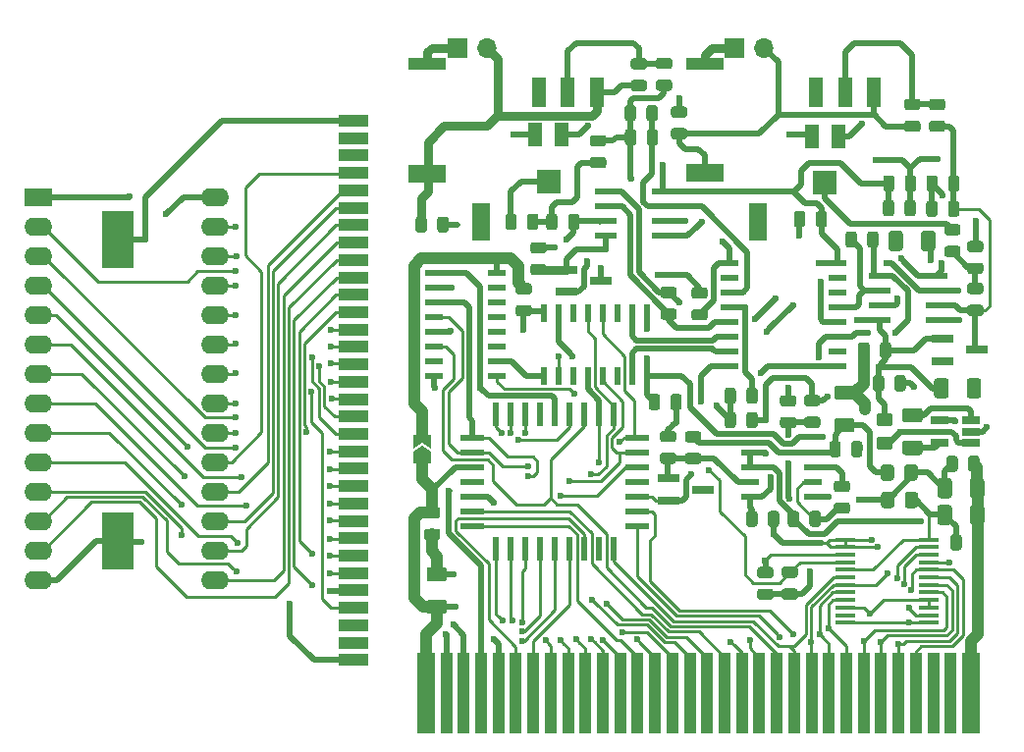
<source format=gbr>
G04 #@! TF.GenerationSoftware,KiCad,Pcbnew,(5.1.8)-1*
G04 #@! TF.CreationDate,2020-12-25T10:55:44+01:00*
G04 #@! TF.ProjectId,GBDSO,47424453-4f2e-46b6-9963-61645f706362,rev?*
G04 #@! TF.SameCoordinates,Original*
G04 #@! TF.FileFunction,Copper,L1,Top*
G04 #@! TF.FilePolarity,Positive*
%FSLAX46Y46*%
G04 Gerber Fmt 4.6, Leading zero omitted, Abs format (unit mm)*
G04 Created by KiCad (PCBNEW (5.1.8)-1) date 2020-12-25 10:55:44*
%MOMM*%
%LPD*%
G01*
G04 APERTURE LIST*
G04 #@! TA.AperFunction,SMDPad,CuDef*
%ADD10R,2.000000X0.600000*%
G04 #@! TD*
G04 #@! TA.AperFunction,SMDPad,CuDef*
%ADD11R,0.600000X2.000000*%
G04 #@! TD*
G04 #@! TA.AperFunction,SMDPad,CuDef*
%ADD12R,1.500000X0.600000*%
G04 #@! TD*
G04 #@! TA.AperFunction,SMDPad,CuDef*
%ADD13R,1.950000X0.600000*%
G04 #@! TD*
G04 #@! TA.AperFunction,SMDPad,CuDef*
%ADD14R,1.560000X0.650000*%
G04 #@! TD*
G04 #@! TA.AperFunction,SMDPad,CuDef*
%ADD15R,3.200000X1.000000*%
G04 #@! TD*
G04 #@! TA.AperFunction,SMDPad,CuDef*
%ADD16R,1.500000X3.200000*%
G04 #@! TD*
G04 #@! TA.AperFunction,SMDPad,CuDef*
%ADD17R,3.200000X1.500000*%
G04 #@! TD*
G04 #@! TA.AperFunction,ComponentPad*
%ADD18O,2.400000X1.600000*%
G04 #@! TD*
G04 #@! TA.AperFunction,ComponentPad*
%ADD19R,2.400000X1.600000*%
G04 #@! TD*
G04 #@! TA.AperFunction,SMDPad,CuDef*
%ADD20R,1.500000X7.000000*%
G04 #@! TD*
G04 #@! TA.AperFunction,SMDPad,CuDef*
%ADD21R,1.000000X7.000000*%
G04 #@! TD*
G04 #@! TA.AperFunction,SMDPad,CuDef*
%ADD22R,1.900000X0.800000*%
G04 #@! TD*
G04 #@! TA.AperFunction,SMDPad,CuDef*
%ADD23R,1.300000X2.000000*%
G04 #@! TD*
G04 #@! TA.AperFunction,SMDPad,CuDef*
%ADD24R,2.000000X2.000000*%
G04 #@! TD*
G04 #@! TA.AperFunction,SMDPad,CuDef*
%ADD25R,1.250000X2.500000*%
G04 #@! TD*
G04 #@! TA.AperFunction,SMDPad,CuDef*
%ADD26R,0.600000X1.500000*%
G04 #@! TD*
G04 #@! TA.AperFunction,SMDPad,CuDef*
%ADD27R,1.550000X0.600000*%
G04 #@! TD*
G04 #@! TA.AperFunction,SMDPad,CuDef*
%ADD28C,0.100000*%
G04 #@! TD*
G04 #@! TA.AperFunction,SMDPad,CuDef*
%ADD29R,2.750000X5.000000*%
G04 #@! TD*
G04 #@! TA.AperFunction,SMDPad,CuDef*
%ADD30R,2.600000X1.000000*%
G04 #@! TD*
G04 #@! TA.AperFunction,ComponentPad*
%ADD31O,1.700000X1.700000*%
G04 #@! TD*
G04 #@! TA.AperFunction,ComponentPad*
%ADD32R,1.700000X1.700000*%
G04 #@! TD*
G04 #@! TA.AperFunction,SMDPad,CuDef*
%ADD33R,1.750000X0.450000*%
G04 #@! TD*
G04 #@! TA.AperFunction,ViaPad*
%ADD34C,0.600000*%
G04 #@! TD*
G04 #@! TA.AperFunction,Conductor*
%ADD35C,0.500000*%
G04 #@! TD*
G04 #@! TA.AperFunction,Conductor*
%ADD36C,0.250000*%
G04 #@! TD*
G04 #@! TA.AperFunction,Conductor*
%ADD37C,0.750000*%
G04 #@! TD*
G04 #@! TA.AperFunction,Conductor*
%ADD38C,1.000000*%
G04 #@! TD*
G04 #@! TA.AperFunction,Conductor*
%ADD39C,0.125000*%
G04 #@! TD*
G04 APERTURE END LIST*
D10*
X144452500Y-107080000D03*
X144452500Y-105810000D03*
X144452500Y-104540000D03*
D11*
X146470000Y-102527500D03*
X147740000Y-102527500D03*
X149010000Y-102527500D03*
X150280000Y-102527500D03*
X151550000Y-102527500D03*
X152820000Y-102527500D03*
X154090000Y-102527500D03*
X155360000Y-102527500D03*
X156630000Y-102527500D03*
D10*
X158647500Y-104540000D03*
X158647500Y-105810000D03*
X158647500Y-107080000D03*
X158647500Y-108350000D03*
X158647500Y-109620000D03*
X158647500Y-110890000D03*
X158647500Y-112160000D03*
D11*
X156630000Y-114180500D03*
X155360000Y-114180500D03*
X154090000Y-114180500D03*
X152820000Y-114180500D03*
X151550000Y-114180600D03*
X150280000Y-114180600D03*
X149010000Y-114180600D03*
X147740000Y-114180600D03*
X146470000Y-114180600D03*
D10*
X144452500Y-112160000D03*
X144452500Y-110890000D03*
X144452500Y-109620000D03*
X144452500Y-108350000D03*
D12*
X146550000Y-90325000D03*
X146550000Y-91595000D03*
X146550000Y-92865000D03*
X146550000Y-94135000D03*
X146550000Y-95405000D03*
X146550000Y-96675000D03*
X146550000Y-97945000D03*
X146550000Y-99215000D03*
X141150000Y-99215000D03*
X141150000Y-97945000D03*
X141150000Y-96675000D03*
X141150000Y-95405000D03*
X141150000Y-94135000D03*
X141150000Y-92865000D03*
X141150000Y-91595000D03*
X141150000Y-90325000D03*
D13*
X160869400Y-83362800D03*
X160869400Y-84632800D03*
X160869400Y-85902800D03*
X160869400Y-87172800D03*
X155919400Y-87172800D03*
X155919400Y-85902800D03*
X155919400Y-84632800D03*
X155919400Y-83362800D03*
X184473620Y-90627200D03*
X184473620Y-91897200D03*
X184473620Y-93167200D03*
X184473620Y-94437200D03*
X179523620Y-94437200D03*
X179523620Y-93167200D03*
X179523620Y-91897200D03*
X179523620Y-90627200D03*
G04 #@! TA.AperFunction,SMDPad,CuDef*
G36*
G01*
X181710000Y-110390001D02*
X181710000Y-109489999D01*
G75*
G02*
X181959999Y-109240000I249999J0D01*
G01*
X182610001Y-109240000D01*
G75*
G02*
X182860000Y-109489999I0J-249999D01*
G01*
X182860000Y-110390001D01*
G75*
G02*
X182610001Y-110640000I-249999J0D01*
G01*
X181959999Y-110640000D01*
G75*
G02*
X181710000Y-110390001I0J249999D01*
G01*
G37*
G04 #@! TD.AperFunction*
G04 #@! TA.AperFunction,SMDPad,CuDef*
G36*
G01*
X179660000Y-110390001D02*
X179660000Y-109489999D01*
G75*
G02*
X179909999Y-109240000I249999J0D01*
G01*
X180560001Y-109240000D01*
G75*
G02*
X180810000Y-109489999I0J-249999D01*
G01*
X180810000Y-110390001D01*
G75*
G02*
X180560001Y-110640000I-249999J0D01*
G01*
X179909999Y-110640000D01*
G75*
G02*
X179660000Y-110390001I0J249999D01*
G01*
G37*
G04 #@! TD.AperFunction*
G04 #@! TA.AperFunction,SMDPad,CuDef*
G36*
G01*
X180780000Y-107129999D02*
X180780000Y-108030001D01*
G75*
G02*
X180530001Y-108280000I-249999J0D01*
G01*
X179879999Y-108280000D01*
G75*
G02*
X179630000Y-108030001I0J249999D01*
G01*
X179630000Y-107129999D01*
G75*
G02*
X179879999Y-106880000I249999J0D01*
G01*
X180530001Y-106880000D01*
G75*
G02*
X180780000Y-107129999I0J-249999D01*
G01*
G37*
G04 #@! TD.AperFunction*
G04 #@! TA.AperFunction,SMDPad,CuDef*
G36*
G01*
X182830000Y-107129999D02*
X182830000Y-108030001D01*
G75*
G02*
X182580001Y-108280000I-249999J0D01*
G01*
X181929999Y-108280000D01*
G75*
G02*
X181680000Y-108030001I0J249999D01*
G01*
X181680000Y-107129999D01*
G75*
G02*
X181929999Y-106880000I249999J0D01*
G01*
X182580001Y-106880000D01*
G75*
G02*
X182830000Y-107129999I0J-249999D01*
G01*
G37*
G04 #@! TD.AperFunction*
G04 #@! TA.AperFunction,SMDPad,CuDef*
G36*
G01*
X180420001Y-103590000D02*
X179519999Y-103590000D01*
G75*
G02*
X179270000Y-103340001I0J249999D01*
G01*
X179270000Y-102689999D01*
G75*
G02*
X179519999Y-102440000I249999J0D01*
G01*
X180420001Y-102440000D01*
G75*
G02*
X180670000Y-102689999I0J-249999D01*
G01*
X180670000Y-103340001D01*
G75*
G02*
X180420001Y-103590000I-249999J0D01*
G01*
G37*
G04 #@! TD.AperFunction*
G04 #@! TA.AperFunction,SMDPad,CuDef*
G36*
G01*
X180420001Y-105640000D02*
X179519999Y-105640000D01*
G75*
G02*
X179270000Y-105390001I0J249999D01*
G01*
X179270000Y-104739999D01*
G75*
G02*
X179519999Y-104490000I249999J0D01*
G01*
X180420001Y-104490000D01*
G75*
G02*
X180670000Y-104739999I0J-249999D01*
G01*
X180670000Y-105390001D01*
G75*
G02*
X180420001Y-105640000I-249999J0D01*
G01*
G37*
G04 #@! TD.AperFunction*
D14*
X187450000Y-105000000D03*
X187450000Y-104050000D03*
X187450000Y-103100000D03*
X184750000Y-103100000D03*
X184750000Y-105000000D03*
G04 #@! TA.AperFunction,SMDPad,CuDef*
G36*
G01*
X171343750Y-117557500D02*
X172256250Y-117557500D01*
G75*
G02*
X172500000Y-117801250I0J-243750D01*
G01*
X172500000Y-118288750D01*
G75*
G02*
X172256250Y-118532500I-243750J0D01*
G01*
X171343750Y-118532500D01*
G75*
G02*
X171100000Y-118288750I0J243750D01*
G01*
X171100000Y-117801250D01*
G75*
G02*
X171343750Y-117557500I243750J0D01*
G01*
G37*
G04 #@! TD.AperFunction*
G04 #@! TA.AperFunction,SMDPad,CuDef*
G36*
G01*
X171343750Y-115682500D02*
X172256250Y-115682500D01*
G75*
G02*
X172500000Y-115926250I0J-243750D01*
G01*
X172500000Y-116413750D01*
G75*
G02*
X172256250Y-116657500I-243750J0D01*
G01*
X171343750Y-116657500D01*
G75*
G02*
X171100000Y-116413750I0J243750D01*
G01*
X171100000Y-115926250D01*
G75*
G02*
X171343750Y-115682500I243750J0D01*
G01*
G37*
G04 #@! TD.AperFunction*
D15*
X164440000Y-72290000D03*
D16*
X169090000Y-85940000D03*
D17*
X164440000Y-81740000D03*
D15*
X140550000Y-72320000D03*
D16*
X145200000Y-85970000D03*
D17*
X140550000Y-81770000D03*
G04 #@! TA.AperFunction,SMDPad,CuDef*
G36*
G01*
X187045000Y-100935000D02*
X187045000Y-99685000D01*
G75*
G02*
X187295000Y-99435000I250000J0D01*
G01*
X188045000Y-99435000D01*
G75*
G02*
X188295000Y-99685000I0J-250000D01*
G01*
X188295000Y-100935000D01*
G75*
G02*
X188045000Y-101185000I-250000J0D01*
G01*
X187295000Y-101185000D01*
G75*
G02*
X187045000Y-100935000I0J250000D01*
G01*
G37*
G04 #@! TD.AperFunction*
G04 #@! TA.AperFunction,SMDPad,CuDef*
G36*
G01*
X184245000Y-100935000D02*
X184245000Y-99685000D01*
G75*
G02*
X184495000Y-99435000I250000J0D01*
G01*
X185245000Y-99435000D01*
G75*
G02*
X185495000Y-99685000I0J-250000D01*
G01*
X185495000Y-100935000D01*
G75*
G02*
X185245000Y-101185000I-250000J0D01*
G01*
X184495000Y-101185000D01*
G75*
G02*
X184245000Y-100935000I0J250000D01*
G01*
G37*
G04 #@! TD.AperFunction*
G04 #@! TA.AperFunction,SMDPad,CuDef*
G36*
G01*
X185305000Y-107276250D02*
X185305000Y-106363750D01*
G75*
G02*
X185548750Y-106120000I243750J0D01*
G01*
X186036250Y-106120000D01*
G75*
G02*
X186280000Y-106363750I0J-243750D01*
G01*
X186280000Y-107276250D01*
G75*
G02*
X186036250Y-107520000I-243750J0D01*
G01*
X185548750Y-107520000D01*
G75*
G02*
X185305000Y-107276250I0J243750D01*
G01*
G37*
G04 #@! TD.AperFunction*
G04 #@! TA.AperFunction,SMDPad,CuDef*
G36*
G01*
X187180000Y-107276250D02*
X187180000Y-106363750D01*
G75*
G02*
X187423750Y-106120000I243750J0D01*
G01*
X187911250Y-106120000D01*
G75*
G02*
X188155000Y-106363750I0J-243750D01*
G01*
X188155000Y-107276250D01*
G75*
G02*
X187911250Y-107520000I-243750J0D01*
G01*
X187423750Y-107520000D01*
G75*
G02*
X187180000Y-107276250I0J243750D01*
G01*
G37*
G04 #@! TD.AperFunction*
D18*
X122229775Y-83813961D03*
X106989775Y-116833961D03*
X122229775Y-86353961D03*
X106989775Y-114293961D03*
X122229775Y-88893961D03*
X106989775Y-111753961D03*
X122229775Y-91433961D03*
X106989775Y-109213961D03*
X122229775Y-93973961D03*
X106989775Y-106673961D03*
X122229775Y-96513961D03*
X106989775Y-104133961D03*
X122229775Y-99053961D03*
X106989775Y-101593961D03*
X122229775Y-101593961D03*
X106989775Y-99053961D03*
X122229775Y-104133961D03*
X106989775Y-96513961D03*
X122229775Y-106673961D03*
X106989775Y-93973961D03*
X122229775Y-109213961D03*
X106989775Y-91433961D03*
X122229775Y-111753961D03*
X106989775Y-88893961D03*
X122229775Y-114293961D03*
X106989775Y-86353961D03*
X122229775Y-116833961D03*
D19*
X106989775Y-83813961D03*
D20*
X140420000Y-126630000D03*
D21*
X142170000Y-126630000D03*
X143670000Y-126630000D03*
X145170000Y-126630000D03*
X146670000Y-126630000D03*
X148170000Y-126630000D03*
X149670000Y-126630000D03*
X151170000Y-126630000D03*
X152670000Y-126630000D03*
X154170000Y-126630000D03*
X155670000Y-126630000D03*
X157170000Y-126630000D03*
X158670000Y-126630000D03*
X160170000Y-126630000D03*
X161670000Y-126630000D03*
X163170000Y-126630000D03*
X164670000Y-126630000D03*
X166170000Y-126630000D03*
X167670000Y-126630000D03*
X169170000Y-126630000D03*
X170670000Y-126630000D03*
X172170000Y-126630000D03*
X173670000Y-126630000D03*
X175170000Y-126630000D03*
X176670000Y-126630000D03*
X178170000Y-126630000D03*
X179670000Y-126630000D03*
X181170000Y-126630000D03*
X182670000Y-126630000D03*
X184170000Y-126630000D03*
X185670000Y-126630000D03*
D20*
X187420000Y-126630000D03*
G04 #@! TA.AperFunction,SMDPad,CuDef*
G36*
G01*
X162711450Y-76969200D02*
X161798950Y-76969200D01*
G75*
G02*
X161555200Y-76725450I0J243750D01*
G01*
X161555200Y-76237950D01*
G75*
G02*
X161798950Y-75994200I243750J0D01*
G01*
X162711450Y-75994200D01*
G75*
G02*
X162955200Y-76237950I0J-243750D01*
G01*
X162955200Y-76725450D01*
G75*
G02*
X162711450Y-76969200I-243750J0D01*
G01*
G37*
G04 #@! TD.AperFunction*
G04 #@! TA.AperFunction,SMDPad,CuDef*
G36*
G01*
X162711450Y-78844200D02*
X161798950Y-78844200D01*
G75*
G02*
X161555200Y-78600450I0J243750D01*
G01*
X161555200Y-78112950D01*
G75*
G02*
X161798950Y-77869200I243750J0D01*
G01*
X162711450Y-77869200D01*
G75*
G02*
X162955200Y-78112950I0J-243750D01*
G01*
X162955200Y-78600450D01*
G75*
G02*
X162711450Y-78844200I-243750J0D01*
G01*
G37*
G04 #@! TD.AperFunction*
G04 #@! TA.AperFunction,SMDPad,CuDef*
G36*
G01*
X182823050Y-76321800D02*
X181910550Y-76321800D01*
G75*
G02*
X181666800Y-76078050I0J243750D01*
G01*
X181666800Y-75590550D01*
G75*
G02*
X181910550Y-75346800I243750J0D01*
G01*
X182823050Y-75346800D01*
G75*
G02*
X183066800Y-75590550I0J-243750D01*
G01*
X183066800Y-76078050D01*
G75*
G02*
X182823050Y-76321800I-243750J0D01*
G01*
G37*
G04 #@! TD.AperFunction*
G04 #@! TA.AperFunction,SMDPad,CuDef*
G36*
G01*
X182823050Y-78196800D02*
X181910550Y-78196800D01*
G75*
G02*
X181666800Y-77953050I0J243750D01*
G01*
X181666800Y-77465550D01*
G75*
G02*
X181910550Y-77221800I243750J0D01*
G01*
X182823050Y-77221800D01*
G75*
G02*
X183066800Y-77465550I0J-243750D01*
G01*
X183066800Y-77953050D01*
G75*
G02*
X182823050Y-78196800I-243750J0D01*
G01*
G37*
G04 #@! TD.AperFunction*
G04 #@! TA.AperFunction,SMDPad,CuDef*
G36*
G01*
X184552500Y-82183750D02*
X184552500Y-83096250D01*
G75*
G02*
X184308750Y-83340000I-243750J0D01*
G01*
X183821250Y-83340000D01*
G75*
G02*
X183577500Y-83096250I0J243750D01*
G01*
X183577500Y-82183750D01*
G75*
G02*
X183821250Y-81940000I243750J0D01*
G01*
X184308750Y-81940000D01*
G75*
G02*
X184552500Y-82183750I0J-243750D01*
G01*
G37*
G04 #@! TD.AperFunction*
G04 #@! TA.AperFunction,SMDPad,CuDef*
G36*
G01*
X186427500Y-82183750D02*
X186427500Y-83096250D01*
G75*
G02*
X186183750Y-83340000I-243750J0D01*
G01*
X185696250Y-83340000D01*
G75*
G02*
X185452500Y-83096250I0J243750D01*
G01*
X185452500Y-82183750D01*
G75*
G02*
X185696250Y-81940000I243750J0D01*
G01*
X186183750Y-81940000D01*
G75*
G02*
X186427500Y-82183750I0J-243750D01*
G01*
G37*
G04 #@! TD.AperFunction*
G04 #@! TA.AperFunction,SMDPad,CuDef*
G36*
G01*
X179560000Y-97486250D02*
X179560000Y-96573750D01*
G75*
G02*
X179803750Y-96330000I243750J0D01*
G01*
X180291250Y-96330000D01*
G75*
G02*
X180535000Y-96573750I0J-243750D01*
G01*
X180535000Y-97486250D01*
G75*
G02*
X180291250Y-97730000I-243750J0D01*
G01*
X179803750Y-97730000D01*
G75*
G02*
X179560000Y-97486250I0J243750D01*
G01*
G37*
G04 #@! TD.AperFunction*
G04 #@! TA.AperFunction,SMDPad,CuDef*
G36*
G01*
X177685000Y-97486250D02*
X177685000Y-96573750D01*
G75*
G02*
X177928750Y-96330000I243750J0D01*
G01*
X178416250Y-96330000D01*
G75*
G02*
X178660000Y-96573750I0J-243750D01*
G01*
X178660000Y-97486250D01*
G75*
G02*
X178416250Y-97730000I-243750J0D01*
G01*
X177928750Y-97730000D01*
G75*
G02*
X177685000Y-97486250I0J243750D01*
G01*
G37*
G04 #@! TD.AperFunction*
G04 #@! TA.AperFunction,SMDPad,CuDef*
G36*
G01*
X181720000Y-83096250D02*
X181720000Y-82183750D01*
G75*
G02*
X181963750Y-81940000I243750J0D01*
G01*
X182451250Y-81940000D01*
G75*
G02*
X182695000Y-82183750I0J-243750D01*
G01*
X182695000Y-83096250D01*
G75*
G02*
X182451250Y-83340000I-243750J0D01*
G01*
X181963750Y-83340000D01*
G75*
G02*
X181720000Y-83096250I0J243750D01*
G01*
G37*
G04 #@! TD.AperFunction*
G04 #@! TA.AperFunction,SMDPad,CuDef*
G36*
G01*
X179845000Y-83096250D02*
X179845000Y-82183750D01*
G75*
G02*
X180088750Y-81940000I243750J0D01*
G01*
X180576250Y-81940000D01*
G75*
G02*
X180820000Y-82183750I0J-243750D01*
G01*
X180820000Y-83096250D01*
G75*
G02*
X180576250Y-83340000I-243750J0D01*
G01*
X180088750Y-83340000D01*
G75*
G02*
X179845000Y-83096250I0J243750D01*
G01*
G37*
G04 #@! TD.AperFunction*
G04 #@! TA.AperFunction,SMDPad,CuDef*
G36*
G01*
X178476300Y-87936250D02*
X178476300Y-87023750D01*
G75*
G02*
X178720050Y-86780000I243750J0D01*
G01*
X179207550Y-86780000D01*
G75*
G02*
X179451300Y-87023750I0J-243750D01*
G01*
X179451300Y-87936250D01*
G75*
G02*
X179207550Y-88180000I-243750J0D01*
G01*
X178720050Y-88180000D01*
G75*
G02*
X178476300Y-87936250I0J243750D01*
G01*
G37*
G04 #@! TD.AperFunction*
G04 #@! TA.AperFunction,SMDPad,CuDef*
G36*
G01*
X176601300Y-87936250D02*
X176601300Y-87023750D01*
G75*
G02*
X176845050Y-86780000I243750J0D01*
G01*
X177332550Y-86780000D01*
G75*
G02*
X177576300Y-87023750I0J-243750D01*
G01*
X177576300Y-87936250D01*
G75*
G02*
X177332550Y-88180000I-243750J0D01*
G01*
X176845050Y-88180000D01*
G75*
G02*
X176601300Y-87936250I0J243750D01*
G01*
G37*
G04 #@! TD.AperFunction*
G04 #@! TA.AperFunction,SMDPad,CuDef*
G36*
G01*
X169233750Y-117587500D02*
X170146250Y-117587500D01*
G75*
G02*
X170390000Y-117831250I0J-243750D01*
G01*
X170390000Y-118318750D01*
G75*
G02*
X170146250Y-118562500I-243750J0D01*
G01*
X169233750Y-118562500D01*
G75*
G02*
X168990000Y-118318750I0J243750D01*
G01*
X168990000Y-117831250D01*
G75*
G02*
X169233750Y-117587500I243750J0D01*
G01*
G37*
G04 #@! TD.AperFunction*
G04 #@! TA.AperFunction,SMDPad,CuDef*
G36*
G01*
X169233750Y-115712500D02*
X170146250Y-115712500D01*
G75*
G02*
X170390000Y-115956250I0J-243750D01*
G01*
X170390000Y-116443750D01*
G75*
G02*
X170146250Y-116687500I-243750J0D01*
G01*
X169233750Y-116687500D01*
G75*
G02*
X168990000Y-116443750I0J243750D01*
G01*
X168990000Y-115956250D01*
G75*
G02*
X169233750Y-115712500I243750J0D01*
G01*
G37*
G04 #@! TD.AperFunction*
G04 #@! TA.AperFunction,SMDPad,CuDef*
G36*
G01*
X164466250Y-92580000D02*
X163553750Y-92580000D01*
G75*
G02*
X163310000Y-92336250I0J243750D01*
G01*
X163310000Y-91848750D01*
G75*
G02*
X163553750Y-91605000I243750J0D01*
G01*
X164466250Y-91605000D01*
G75*
G02*
X164710000Y-91848750I0J-243750D01*
G01*
X164710000Y-92336250D01*
G75*
G02*
X164466250Y-92580000I-243750J0D01*
G01*
G37*
G04 #@! TD.AperFunction*
G04 #@! TA.AperFunction,SMDPad,CuDef*
G36*
G01*
X164466250Y-94455000D02*
X163553750Y-94455000D01*
G75*
G02*
X163310000Y-94211250I0J243750D01*
G01*
X163310000Y-93723750D01*
G75*
G02*
X163553750Y-93480000I243750J0D01*
G01*
X164466250Y-93480000D01*
G75*
G02*
X164710000Y-93723750I0J-243750D01*
G01*
X164710000Y-94211250D01*
G75*
G02*
X164466250Y-94455000I-243750J0D01*
G01*
G37*
G04 #@! TD.AperFunction*
G04 #@! TA.AperFunction,SMDPad,CuDef*
G36*
G01*
X181702500Y-85226250D02*
X181702500Y-84313750D01*
G75*
G02*
X181946250Y-84070000I243750J0D01*
G01*
X182433750Y-84070000D01*
G75*
G02*
X182677500Y-84313750I0J-243750D01*
G01*
X182677500Y-85226250D01*
G75*
G02*
X182433750Y-85470000I-243750J0D01*
G01*
X181946250Y-85470000D01*
G75*
G02*
X181702500Y-85226250I0J243750D01*
G01*
G37*
G04 #@! TD.AperFunction*
G04 #@! TA.AperFunction,SMDPad,CuDef*
G36*
G01*
X179827500Y-85226250D02*
X179827500Y-84313750D01*
G75*
G02*
X180071250Y-84070000I243750J0D01*
G01*
X180558750Y-84070000D01*
G75*
G02*
X180802500Y-84313750I0J-243750D01*
G01*
X180802500Y-85226250D01*
G75*
G02*
X180558750Y-85470000I-243750J0D01*
G01*
X180071250Y-85470000D01*
G75*
G02*
X179827500Y-85226250I0J243750D01*
G01*
G37*
G04 #@! TD.AperFunction*
G04 #@! TA.AperFunction,SMDPad,CuDef*
G36*
G01*
X141402500Y-86646250D02*
X141402500Y-85733750D01*
G75*
G02*
X141646250Y-85490000I243750J0D01*
G01*
X142133750Y-85490000D01*
G75*
G02*
X142377500Y-85733750I0J-243750D01*
G01*
X142377500Y-86646250D01*
G75*
G02*
X142133750Y-86890000I-243750J0D01*
G01*
X141646250Y-86890000D01*
G75*
G02*
X141402500Y-86646250I0J243750D01*
G01*
G37*
G04 #@! TD.AperFunction*
G04 #@! TA.AperFunction,SMDPad,CuDef*
G36*
G01*
X139527500Y-86646250D02*
X139527500Y-85733750D01*
G75*
G02*
X139771250Y-85490000I243750J0D01*
G01*
X140258750Y-85490000D01*
G75*
G02*
X140502500Y-85733750I0J-243750D01*
G01*
X140502500Y-86646250D01*
G75*
G02*
X140258750Y-86890000I-243750J0D01*
G01*
X139771250Y-86890000D01*
G75*
G02*
X139527500Y-86646250I0J243750D01*
G01*
G37*
G04 #@! TD.AperFunction*
G04 #@! TA.AperFunction,SMDPad,CuDef*
G36*
G01*
X158323750Y-73710000D02*
X159236250Y-73710000D01*
G75*
G02*
X159480000Y-73953750I0J-243750D01*
G01*
X159480000Y-74441250D01*
G75*
G02*
X159236250Y-74685000I-243750J0D01*
G01*
X158323750Y-74685000D01*
G75*
G02*
X158080000Y-74441250I0J243750D01*
G01*
X158080000Y-73953750D01*
G75*
G02*
X158323750Y-73710000I243750J0D01*
G01*
G37*
G04 #@! TD.AperFunction*
G04 #@! TA.AperFunction,SMDPad,CuDef*
G36*
G01*
X158323750Y-71835000D02*
X159236250Y-71835000D01*
G75*
G02*
X159480000Y-72078750I0J-243750D01*
G01*
X159480000Y-72566250D01*
G75*
G02*
X159236250Y-72810000I-243750J0D01*
G01*
X158323750Y-72810000D01*
G75*
G02*
X158080000Y-72566250I0J243750D01*
G01*
X158080000Y-72078750D01*
G75*
G02*
X158323750Y-71835000I243750J0D01*
G01*
G37*
G04 #@! TD.AperFunction*
G04 #@! TA.AperFunction,SMDPad,CuDef*
G36*
G01*
X149663750Y-89580000D02*
X150576250Y-89580000D01*
G75*
G02*
X150820000Y-89823750I0J-243750D01*
G01*
X150820000Y-90311250D01*
G75*
G02*
X150576250Y-90555000I-243750J0D01*
G01*
X149663750Y-90555000D01*
G75*
G02*
X149420000Y-90311250I0J243750D01*
G01*
X149420000Y-89823750D01*
G75*
G02*
X149663750Y-89580000I243750J0D01*
G01*
G37*
G04 #@! TD.AperFunction*
G04 #@! TA.AperFunction,SMDPad,CuDef*
G36*
G01*
X149663750Y-87705000D02*
X150576250Y-87705000D01*
G75*
G02*
X150820000Y-87948750I0J-243750D01*
G01*
X150820000Y-88436250D01*
G75*
G02*
X150576250Y-88680000I-243750J0D01*
G01*
X149663750Y-88680000D01*
G75*
G02*
X149420000Y-88436250I0J243750D01*
G01*
X149420000Y-87948750D01*
G75*
G02*
X149663750Y-87705000I243750J0D01*
G01*
G37*
G04 #@! TD.AperFunction*
G04 #@! TA.AperFunction,SMDPad,CuDef*
G36*
G01*
X159431346Y-77036771D02*
X159431346Y-76124271D01*
G75*
G02*
X159675096Y-75880521I243750J0D01*
G01*
X160162596Y-75880521D01*
G75*
G02*
X160406346Y-76124271I0J-243750D01*
G01*
X160406346Y-77036771D01*
G75*
G02*
X160162596Y-77280521I-243750J0D01*
G01*
X159675096Y-77280521D01*
G75*
G02*
X159431346Y-77036771I0J243750D01*
G01*
G37*
G04 #@! TD.AperFunction*
G04 #@! TA.AperFunction,SMDPad,CuDef*
G36*
G01*
X157556346Y-77036771D02*
X157556346Y-76124271D01*
G75*
G02*
X157800096Y-75880521I243750J0D01*
G01*
X158287596Y-75880521D01*
G75*
G02*
X158531346Y-76124271I0J-243750D01*
G01*
X158531346Y-77036771D01*
G75*
G02*
X158287596Y-77280521I-243750J0D01*
G01*
X157800096Y-77280521D01*
G75*
G02*
X157556346Y-77036771I0J243750D01*
G01*
G37*
G04 #@! TD.AperFunction*
G04 #@! TA.AperFunction,SMDPad,CuDef*
G36*
G01*
X173133600Y-85268750D02*
X173133600Y-86181250D01*
G75*
G02*
X172889850Y-86425000I-243750J0D01*
G01*
X172402350Y-86425000D01*
G75*
G02*
X172158600Y-86181250I0J243750D01*
G01*
X172158600Y-85268750D01*
G75*
G02*
X172402350Y-85025000I243750J0D01*
G01*
X172889850Y-85025000D01*
G75*
G02*
X173133600Y-85268750I0J-243750D01*
G01*
G37*
G04 #@! TD.AperFunction*
G04 #@! TA.AperFunction,SMDPad,CuDef*
G36*
G01*
X175008600Y-85268750D02*
X175008600Y-86181250D01*
G75*
G02*
X174764850Y-86425000I-243750J0D01*
G01*
X174277350Y-86425000D01*
G75*
G02*
X174033600Y-86181250I0J243750D01*
G01*
X174033600Y-85268750D01*
G75*
G02*
X174277350Y-85025000I243750J0D01*
G01*
X174764850Y-85025000D01*
G75*
G02*
X175008600Y-85268750I0J-243750D01*
G01*
G37*
G04 #@! TD.AperFunction*
G04 #@! TA.AperFunction,SMDPad,CuDef*
G36*
G01*
X160883750Y-93422500D02*
X161796250Y-93422500D01*
G75*
G02*
X162040000Y-93666250I0J-243750D01*
G01*
X162040000Y-94153750D01*
G75*
G02*
X161796250Y-94397500I-243750J0D01*
G01*
X160883750Y-94397500D01*
G75*
G02*
X160640000Y-94153750I0J243750D01*
G01*
X160640000Y-93666250D01*
G75*
G02*
X160883750Y-93422500I243750J0D01*
G01*
G37*
G04 #@! TD.AperFunction*
G04 #@! TA.AperFunction,SMDPad,CuDef*
G36*
G01*
X160883750Y-91547500D02*
X161796250Y-91547500D01*
G75*
G02*
X162040000Y-91791250I0J-243750D01*
G01*
X162040000Y-92278750D01*
G75*
G02*
X161796250Y-92522500I-243750J0D01*
G01*
X160883750Y-92522500D01*
G75*
G02*
X160640000Y-92278750I0J243750D01*
G01*
X160640000Y-91791250D01*
G75*
G02*
X160883750Y-91547500I243750J0D01*
G01*
G37*
G04 #@! TD.AperFunction*
G04 #@! TA.AperFunction,SMDPad,CuDef*
G36*
G01*
X187520000Y-114056250D02*
X187520000Y-113143750D01*
G75*
G02*
X187763750Y-112900000I243750J0D01*
G01*
X188251250Y-112900000D01*
G75*
G02*
X188495000Y-113143750I0J-243750D01*
G01*
X188495000Y-114056250D01*
G75*
G02*
X188251250Y-114300000I-243750J0D01*
G01*
X187763750Y-114300000D01*
G75*
G02*
X187520000Y-114056250I0J243750D01*
G01*
G37*
G04 #@! TD.AperFunction*
G04 #@! TA.AperFunction,SMDPad,CuDef*
G36*
G01*
X185645000Y-114056250D02*
X185645000Y-113143750D01*
G75*
G02*
X185888750Y-112900000I243750J0D01*
G01*
X186376250Y-112900000D01*
G75*
G02*
X186620000Y-113143750I0J-243750D01*
G01*
X186620000Y-114056250D01*
G75*
G02*
X186376250Y-114300000I-243750J0D01*
G01*
X185888750Y-114300000D01*
G75*
G02*
X185645000Y-114056250I0J243750D01*
G01*
G37*
G04 #@! TD.AperFunction*
G04 #@! TA.AperFunction,SMDPad,CuDef*
G36*
G01*
X140493750Y-112420000D02*
X141406250Y-112420000D01*
G75*
G02*
X141650000Y-112663750I0J-243750D01*
G01*
X141650000Y-113151250D01*
G75*
G02*
X141406250Y-113395000I-243750J0D01*
G01*
X140493750Y-113395000D01*
G75*
G02*
X140250000Y-113151250I0J243750D01*
G01*
X140250000Y-112663750D01*
G75*
G02*
X140493750Y-112420000I243750J0D01*
G01*
G37*
G04 #@! TD.AperFunction*
G04 #@! TA.AperFunction,SMDPad,CuDef*
G36*
G01*
X140493750Y-110545000D02*
X141406250Y-110545000D01*
G75*
G02*
X141650000Y-110788750I0J-243750D01*
G01*
X141650000Y-111276250D01*
G75*
G02*
X141406250Y-111520000I-243750J0D01*
G01*
X140493750Y-111520000D01*
G75*
G02*
X140250000Y-111276250I0J243750D01*
G01*
X140250000Y-110788750D01*
G75*
G02*
X140493750Y-110545000I243750J0D01*
G01*
G37*
G04 #@! TD.AperFunction*
G04 #@! TA.AperFunction,SMDPad,CuDef*
G36*
G01*
X161756250Y-104962500D02*
X160843750Y-104962500D01*
G75*
G02*
X160600000Y-104718750I0J243750D01*
G01*
X160600000Y-104231250D01*
G75*
G02*
X160843750Y-103987500I243750J0D01*
G01*
X161756250Y-103987500D01*
G75*
G02*
X162000000Y-104231250I0J-243750D01*
G01*
X162000000Y-104718750D01*
G75*
G02*
X161756250Y-104962500I-243750J0D01*
G01*
G37*
G04 #@! TD.AperFunction*
G04 #@! TA.AperFunction,SMDPad,CuDef*
G36*
G01*
X161756250Y-106837500D02*
X160843750Y-106837500D01*
G75*
G02*
X160600000Y-106593750I0J243750D01*
G01*
X160600000Y-106106250D01*
G75*
G02*
X160843750Y-105862500I243750J0D01*
G01*
X161756250Y-105862500D01*
G75*
G02*
X162000000Y-106106250I0J-243750D01*
G01*
X162000000Y-106593750D01*
G75*
G02*
X161756250Y-106837500I-243750J0D01*
G01*
G37*
G04 #@! TD.AperFunction*
G04 #@! TA.AperFunction,SMDPad,CuDef*
G36*
G01*
X177090000Y-106006250D02*
X177090000Y-105093750D01*
G75*
G02*
X177333750Y-104850000I243750J0D01*
G01*
X177821250Y-104850000D01*
G75*
G02*
X178065000Y-105093750I0J-243750D01*
G01*
X178065000Y-106006250D01*
G75*
G02*
X177821250Y-106250000I-243750J0D01*
G01*
X177333750Y-106250000D01*
G75*
G02*
X177090000Y-106006250I0J243750D01*
G01*
G37*
G04 #@! TD.AperFunction*
G04 #@! TA.AperFunction,SMDPad,CuDef*
G36*
G01*
X175215000Y-106006250D02*
X175215000Y-105093750D01*
G75*
G02*
X175458750Y-104850000I243750J0D01*
G01*
X175946250Y-104850000D01*
G75*
G02*
X176190000Y-105093750I0J-243750D01*
G01*
X176190000Y-106006250D01*
G75*
G02*
X175946250Y-106250000I-243750J0D01*
G01*
X175458750Y-106250000D01*
G75*
G02*
X175215000Y-106006250I0J243750D01*
G01*
G37*
G04 #@! TD.AperFunction*
G04 #@! TA.AperFunction,SMDPad,CuDef*
G36*
G01*
X169912500Y-112026250D02*
X169912500Y-111113750D01*
G75*
G02*
X170156250Y-110870000I243750J0D01*
G01*
X170643750Y-110870000D01*
G75*
G02*
X170887500Y-111113750I0J-243750D01*
G01*
X170887500Y-112026250D01*
G75*
G02*
X170643750Y-112270000I-243750J0D01*
G01*
X170156250Y-112270000D01*
G75*
G02*
X169912500Y-112026250I0J243750D01*
G01*
G37*
G04 #@! TD.AperFunction*
G04 #@! TA.AperFunction,SMDPad,CuDef*
G36*
G01*
X168037500Y-112026250D02*
X168037500Y-111113750D01*
G75*
G02*
X168281250Y-110870000I243750J0D01*
G01*
X168768750Y-110870000D01*
G75*
G02*
X169012500Y-111113750I0J-243750D01*
G01*
X169012500Y-112026250D01*
G75*
G02*
X168768750Y-112270000I-243750J0D01*
G01*
X168281250Y-112270000D01*
G75*
G02*
X168037500Y-112026250I0J243750D01*
G01*
G37*
G04 #@! TD.AperFunction*
G04 #@! TA.AperFunction,SMDPad,CuDef*
G36*
G01*
X187325000Y-109545000D02*
X187325000Y-108295000D01*
G75*
G02*
X187575000Y-108045000I250000J0D01*
G01*
X188325000Y-108045000D01*
G75*
G02*
X188575000Y-108295000I0J-250000D01*
G01*
X188575000Y-109545000D01*
G75*
G02*
X188325000Y-109795000I-250000J0D01*
G01*
X187575000Y-109795000D01*
G75*
G02*
X187325000Y-109545000I0J250000D01*
G01*
G37*
G04 #@! TD.AperFunction*
G04 #@! TA.AperFunction,SMDPad,CuDef*
G36*
G01*
X184525000Y-109545000D02*
X184525000Y-108295000D01*
G75*
G02*
X184775000Y-108045000I250000J0D01*
G01*
X185525000Y-108045000D01*
G75*
G02*
X185775000Y-108295000I0J-250000D01*
G01*
X185775000Y-109545000D01*
G75*
G02*
X185525000Y-109795000I-250000J0D01*
G01*
X184775000Y-109795000D01*
G75*
G02*
X184525000Y-109545000I0J250000D01*
G01*
G37*
G04 #@! TD.AperFunction*
G04 #@! TA.AperFunction,SMDPad,CuDef*
G36*
G01*
X182995000Y-103265000D02*
X181745000Y-103265000D01*
G75*
G02*
X181495000Y-103015000I0J250000D01*
G01*
X181495000Y-102265000D01*
G75*
G02*
X181745000Y-102015000I250000J0D01*
G01*
X182995000Y-102015000D01*
G75*
G02*
X183245000Y-102265000I0J-250000D01*
G01*
X183245000Y-103015000D01*
G75*
G02*
X182995000Y-103265000I-250000J0D01*
G01*
G37*
G04 #@! TD.AperFunction*
G04 #@! TA.AperFunction,SMDPad,CuDef*
G36*
G01*
X182995000Y-106065000D02*
X181745000Y-106065000D01*
G75*
G02*
X181495000Y-105815000I0J250000D01*
G01*
X181495000Y-105065000D01*
G75*
G02*
X181745000Y-104815000I250000J0D01*
G01*
X182995000Y-104815000D01*
G75*
G02*
X183245000Y-105065000I0J-250000D01*
G01*
X183245000Y-105815000D01*
G75*
G02*
X182995000Y-106065000I-250000J0D01*
G01*
G37*
G04 #@! TD.AperFunction*
G04 #@! TA.AperFunction,SMDPad,CuDef*
G36*
G01*
X181555000Y-86975000D02*
X181555000Y-88225000D01*
G75*
G02*
X181305000Y-88475000I-250000J0D01*
G01*
X180555000Y-88475000D01*
G75*
G02*
X180305000Y-88225000I0J250000D01*
G01*
X180305000Y-86975000D01*
G75*
G02*
X180555000Y-86725000I250000J0D01*
G01*
X181305000Y-86725000D01*
G75*
G02*
X181555000Y-86975000I0J-250000D01*
G01*
G37*
G04 #@! TD.AperFunction*
G04 #@! TA.AperFunction,SMDPad,CuDef*
G36*
G01*
X184355000Y-86975000D02*
X184355000Y-88225000D01*
G75*
G02*
X184105000Y-88475000I-250000J0D01*
G01*
X183355000Y-88475000D01*
G75*
G02*
X183105000Y-88225000I0J250000D01*
G01*
X183105000Y-86975000D01*
G75*
G02*
X183355000Y-86725000I250000J0D01*
G01*
X184105000Y-86725000D01*
G75*
G02*
X184355000Y-86975000I0J-250000D01*
G01*
G37*
G04 #@! TD.AperFunction*
G04 #@! TA.AperFunction,SMDPad,CuDef*
G36*
G01*
X180830000Y-100336250D02*
X180830000Y-99423750D01*
G75*
G02*
X181073750Y-99180000I243750J0D01*
G01*
X181561250Y-99180000D01*
G75*
G02*
X181805000Y-99423750I0J-243750D01*
G01*
X181805000Y-100336250D01*
G75*
G02*
X181561250Y-100580000I-243750J0D01*
G01*
X181073750Y-100580000D01*
G75*
G02*
X180830000Y-100336250I0J243750D01*
G01*
G37*
G04 #@! TD.AperFunction*
G04 #@! TA.AperFunction,SMDPad,CuDef*
G36*
G01*
X178955000Y-100336250D02*
X178955000Y-99423750D01*
G75*
G02*
X179198750Y-99180000I243750J0D01*
G01*
X179686250Y-99180000D01*
G75*
G02*
X179930000Y-99423750I0J-243750D01*
G01*
X179930000Y-100336250D01*
G75*
G02*
X179686250Y-100580000I-243750J0D01*
G01*
X179198750Y-100580000D01*
G75*
G02*
X178955000Y-100336250I0J243750D01*
G01*
G37*
G04 #@! TD.AperFunction*
G04 #@! TA.AperFunction,SMDPad,CuDef*
G36*
G01*
X141985000Y-116975000D02*
X140735000Y-116975000D01*
G75*
G02*
X140485000Y-116725000I0J250000D01*
G01*
X140485000Y-115975000D01*
G75*
G02*
X140735000Y-115725000I250000J0D01*
G01*
X141985000Y-115725000D01*
G75*
G02*
X142235000Y-115975000I0J-250000D01*
G01*
X142235000Y-116725000D01*
G75*
G02*
X141985000Y-116975000I-250000J0D01*
G01*
G37*
G04 #@! TD.AperFunction*
G04 #@! TA.AperFunction,SMDPad,CuDef*
G36*
G01*
X141985000Y-119775000D02*
X140735000Y-119775000D01*
G75*
G02*
X140485000Y-119525000I0J250000D01*
G01*
X140485000Y-118775000D01*
G75*
G02*
X140735000Y-118525000I250000J0D01*
G01*
X141985000Y-118525000D01*
G75*
G02*
X142235000Y-118775000I0J-250000D01*
G01*
X142235000Y-119525000D01*
G75*
G02*
X141985000Y-119775000I-250000J0D01*
G01*
G37*
G04 #@! TD.AperFunction*
G04 #@! TA.AperFunction,SMDPad,CuDef*
G36*
G01*
X161502500Y-101956250D02*
X161502500Y-101043750D01*
G75*
G02*
X161746250Y-100800000I243750J0D01*
G01*
X162233750Y-100800000D01*
G75*
G02*
X162477500Y-101043750I0J-243750D01*
G01*
X162477500Y-101956250D01*
G75*
G02*
X162233750Y-102200000I-243750J0D01*
G01*
X161746250Y-102200000D01*
G75*
G02*
X161502500Y-101956250I0J243750D01*
G01*
G37*
G04 #@! TD.AperFunction*
G04 #@! TA.AperFunction,SMDPad,CuDef*
G36*
G01*
X159627500Y-101956250D02*
X159627500Y-101043750D01*
G75*
G02*
X159871250Y-100800000I243750J0D01*
G01*
X160358750Y-100800000D01*
G75*
G02*
X160602500Y-101043750I0J-243750D01*
G01*
X160602500Y-101956250D01*
G75*
G02*
X160358750Y-102200000I-243750J0D01*
G01*
X159871250Y-102200000D01*
G75*
G02*
X159627500Y-101956250I0J243750D01*
G01*
G37*
G04 #@! TD.AperFunction*
G04 #@! TA.AperFunction,SMDPad,CuDef*
G36*
G01*
X148393750Y-93120000D02*
X149306250Y-93120000D01*
G75*
G02*
X149550000Y-93363750I0J-243750D01*
G01*
X149550000Y-93851250D01*
G75*
G02*
X149306250Y-94095000I-243750J0D01*
G01*
X148393750Y-94095000D01*
G75*
G02*
X148150000Y-93851250I0J243750D01*
G01*
X148150000Y-93363750D01*
G75*
G02*
X148393750Y-93120000I243750J0D01*
G01*
G37*
G04 #@! TD.AperFunction*
G04 #@! TA.AperFunction,SMDPad,CuDef*
G36*
G01*
X148393750Y-91245000D02*
X149306250Y-91245000D01*
G75*
G02*
X149550000Y-91488750I0J-243750D01*
G01*
X149550000Y-91976250D01*
G75*
G02*
X149306250Y-92220000I-243750J0D01*
G01*
X148393750Y-92220000D01*
G75*
G02*
X148150000Y-91976250I0J243750D01*
G01*
X148150000Y-91488750D01*
G75*
G02*
X148393750Y-91245000I243750J0D01*
G01*
G37*
G04 #@! TD.AperFunction*
G04 #@! TA.AperFunction,SMDPad,CuDef*
G36*
G01*
X177125000Y-101315000D02*
X175875000Y-101315000D01*
G75*
G02*
X175625000Y-101065000I0J250000D01*
G01*
X175625000Y-100315000D01*
G75*
G02*
X175875000Y-100065000I250000J0D01*
G01*
X177125000Y-100065000D01*
G75*
G02*
X177375000Y-100315000I0J-250000D01*
G01*
X177375000Y-101065000D01*
G75*
G02*
X177125000Y-101315000I-250000J0D01*
G01*
G37*
G04 #@! TD.AperFunction*
G04 #@! TA.AperFunction,SMDPad,CuDef*
G36*
G01*
X177125000Y-104115000D02*
X175875000Y-104115000D01*
G75*
G02*
X175625000Y-103865000I0J250000D01*
G01*
X175625000Y-103115000D01*
G75*
G02*
X175875000Y-102865000I250000J0D01*
G01*
X177125000Y-102865000D01*
G75*
G02*
X177375000Y-103115000I0J-250000D01*
G01*
X177375000Y-103865000D01*
G75*
G02*
X177125000Y-104115000I-250000J0D01*
G01*
G37*
G04 #@! TD.AperFunction*
G04 #@! TA.AperFunction,SMDPad,CuDef*
G36*
G01*
X187325000Y-111855000D02*
X187325000Y-110605000D01*
G75*
G02*
X187575000Y-110355000I250000J0D01*
G01*
X188325000Y-110355000D01*
G75*
G02*
X188575000Y-110605000I0J-250000D01*
G01*
X188575000Y-111855000D01*
G75*
G02*
X188325000Y-112105000I-250000J0D01*
G01*
X187575000Y-112105000D01*
G75*
G02*
X187325000Y-111855000I0J250000D01*
G01*
G37*
G04 #@! TD.AperFunction*
G04 #@! TA.AperFunction,SMDPad,CuDef*
G36*
G01*
X184525000Y-111855000D02*
X184525000Y-110605000D01*
G75*
G02*
X184775000Y-110355000I250000J0D01*
G01*
X185525000Y-110355000D01*
G75*
G02*
X185775000Y-110605000I0J-250000D01*
G01*
X185775000Y-111855000D01*
G75*
G02*
X185525000Y-112105000I-250000J0D01*
G01*
X184775000Y-112105000D01*
G75*
G02*
X184525000Y-111855000I0J250000D01*
G01*
G37*
G04 #@! TD.AperFunction*
D22*
X187970000Y-96990000D03*
X184970000Y-97940000D03*
X184970000Y-96040000D03*
X155500000Y-91020000D03*
X152500000Y-91970000D03*
X152500000Y-90070000D03*
X161330000Y-108080000D03*
X161330000Y-109980000D03*
X164330000Y-109030000D03*
D23*
X175990000Y-78550000D03*
D24*
X174840000Y-82550000D03*
D23*
X173690000Y-78550000D03*
X152150000Y-78445000D03*
D24*
X151000000Y-82445000D03*
D23*
X149850000Y-78445000D03*
G04 #@! TA.AperFunction,SMDPad,CuDef*
G36*
G01*
X184963050Y-76321800D02*
X184050550Y-76321800D01*
G75*
G02*
X183806800Y-76078050I0J243750D01*
G01*
X183806800Y-75590550D01*
G75*
G02*
X184050550Y-75346800I243750J0D01*
G01*
X184963050Y-75346800D01*
G75*
G02*
X185206800Y-75590550I0J-243750D01*
G01*
X185206800Y-76078050D01*
G75*
G02*
X184963050Y-76321800I-243750J0D01*
G01*
G37*
G04 #@! TD.AperFunction*
G04 #@! TA.AperFunction,SMDPad,CuDef*
G36*
G01*
X184963050Y-78196800D02*
X184050550Y-78196800D01*
G75*
G02*
X183806800Y-77953050I0J243750D01*
G01*
X183806800Y-77465550D01*
G75*
G02*
X184050550Y-77221800I243750J0D01*
G01*
X184963050Y-77221800D01*
G75*
G02*
X185206800Y-77465550I0J-243750D01*
G01*
X185206800Y-77953050D01*
G75*
G02*
X184963050Y-78196800I-243750J0D01*
G01*
G37*
G04 #@! TD.AperFunction*
G04 #@! TA.AperFunction,SMDPad,CuDef*
G36*
G01*
X187343750Y-93097500D02*
X188256250Y-93097500D01*
G75*
G02*
X188500000Y-93341250I0J-243750D01*
G01*
X188500000Y-93828750D01*
G75*
G02*
X188256250Y-94072500I-243750J0D01*
G01*
X187343750Y-94072500D01*
G75*
G02*
X187100000Y-93828750I0J243750D01*
G01*
X187100000Y-93341250D01*
G75*
G02*
X187343750Y-93097500I243750J0D01*
G01*
G37*
G04 #@! TD.AperFunction*
G04 #@! TA.AperFunction,SMDPad,CuDef*
G36*
G01*
X187343750Y-91222500D02*
X188256250Y-91222500D01*
G75*
G02*
X188500000Y-91466250I0J-243750D01*
G01*
X188500000Y-91953750D01*
G75*
G02*
X188256250Y-92197500I-243750J0D01*
G01*
X187343750Y-92197500D01*
G75*
G02*
X187100000Y-91953750I0J243750D01*
G01*
X187100000Y-91466250D01*
G75*
G02*
X187343750Y-91222500I243750J0D01*
G01*
G37*
G04 #@! TD.AperFunction*
G04 #@! TA.AperFunction,SMDPad,CuDef*
G36*
G01*
X187325950Y-89477000D02*
X188238450Y-89477000D01*
G75*
G02*
X188482200Y-89720750I0J-243750D01*
G01*
X188482200Y-90208250D01*
G75*
G02*
X188238450Y-90452000I-243750J0D01*
G01*
X187325950Y-90452000D01*
G75*
G02*
X187082200Y-90208250I0J243750D01*
G01*
X187082200Y-89720750D01*
G75*
G02*
X187325950Y-89477000I243750J0D01*
G01*
G37*
G04 #@! TD.AperFunction*
G04 #@! TA.AperFunction,SMDPad,CuDef*
G36*
G01*
X187325950Y-87602000D02*
X188238450Y-87602000D01*
G75*
G02*
X188482200Y-87845750I0J-243750D01*
G01*
X188482200Y-88333250D01*
G75*
G02*
X188238450Y-88577000I-243750J0D01*
G01*
X187325950Y-88577000D01*
G75*
G02*
X187082200Y-88333250I0J243750D01*
G01*
X187082200Y-87845750D01*
G75*
G02*
X187325950Y-87602000I243750J0D01*
G01*
G37*
G04 #@! TD.AperFunction*
G04 #@! TA.AperFunction,SMDPad,CuDef*
G36*
G01*
X185370150Y-88029200D02*
X186282650Y-88029200D01*
G75*
G02*
X186526400Y-88272950I0J-243750D01*
G01*
X186526400Y-88760450D01*
G75*
G02*
X186282650Y-89004200I-243750J0D01*
G01*
X185370150Y-89004200D01*
G75*
G02*
X185126400Y-88760450I0J243750D01*
G01*
X185126400Y-88272950D01*
G75*
G02*
X185370150Y-88029200I243750J0D01*
G01*
G37*
G04 #@! TD.AperFunction*
G04 #@! TA.AperFunction,SMDPad,CuDef*
G36*
G01*
X185370150Y-86154200D02*
X186282650Y-86154200D01*
G75*
G02*
X186526400Y-86397950I0J-243750D01*
G01*
X186526400Y-86885450D01*
G75*
G02*
X186282650Y-87129200I-243750J0D01*
G01*
X185370150Y-87129200D01*
G75*
G02*
X185126400Y-86885450I0J243750D01*
G01*
X185126400Y-86397950D01*
G75*
G02*
X185370150Y-86154200I243750J0D01*
G01*
G37*
G04 #@! TD.AperFunction*
G04 #@! TA.AperFunction,SMDPad,CuDef*
G36*
G01*
X185442500Y-85286250D02*
X185442500Y-84373750D01*
G75*
G02*
X185686250Y-84130000I243750J0D01*
G01*
X186173750Y-84130000D01*
G75*
G02*
X186417500Y-84373750I0J-243750D01*
G01*
X186417500Y-85286250D01*
G75*
G02*
X186173750Y-85530000I-243750J0D01*
G01*
X185686250Y-85530000D01*
G75*
G02*
X185442500Y-85286250I0J243750D01*
G01*
G37*
G04 #@! TD.AperFunction*
G04 #@! TA.AperFunction,SMDPad,CuDef*
G36*
G01*
X183567500Y-85286250D02*
X183567500Y-84373750D01*
G75*
G02*
X183811250Y-84130000I243750J0D01*
G01*
X184298750Y-84130000D01*
G75*
G02*
X184542500Y-84373750I0J-243750D01*
G01*
X184542500Y-85286250D01*
G75*
G02*
X184298750Y-85530000I-243750J0D01*
G01*
X183811250Y-85530000D01*
G75*
G02*
X183567500Y-85286250I0J243750D01*
G01*
G37*
G04 #@! TD.AperFunction*
G04 #@! TA.AperFunction,SMDPad,CuDef*
G36*
G01*
X172108073Y-101880000D02*
X171195573Y-101880000D01*
G75*
G02*
X170951823Y-101636250I0J243750D01*
G01*
X170951823Y-101148750D01*
G75*
G02*
X171195573Y-100905000I243750J0D01*
G01*
X172108073Y-100905000D01*
G75*
G02*
X172351823Y-101148750I0J-243750D01*
G01*
X172351823Y-101636250D01*
G75*
G02*
X172108073Y-101880000I-243750J0D01*
G01*
G37*
G04 #@! TD.AperFunction*
G04 #@! TA.AperFunction,SMDPad,CuDef*
G36*
G01*
X172108073Y-103755000D02*
X171195573Y-103755000D01*
G75*
G02*
X170951823Y-103511250I0J243750D01*
G01*
X170951823Y-103023750D01*
G75*
G02*
X171195573Y-102780000I243750J0D01*
G01*
X172108073Y-102780000D01*
G75*
G02*
X172351823Y-103023750I0J-243750D01*
G01*
X172351823Y-103511250D01*
G75*
G02*
X172108073Y-103755000I-243750J0D01*
G01*
G37*
G04 #@! TD.AperFunction*
G04 #@! TA.AperFunction,SMDPad,CuDef*
G36*
G01*
X174186250Y-101857500D02*
X173273750Y-101857500D01*
G75*
G02*
X173030000Y-101613750I0J243750D01*
G01*
X173030000Y-101126250D01*
G75*
G02*
X173273750Y-100882500I243750J0D01*
G01*
X174186250Y-100882500D01*
G75*
G02*
X174430000Y-101126250I0J-243750D01*
G01*
X174430000Y-101613750D01*
G75*
G02*
X174186250Y-101857500I-243750J0D01*
G01*
G37*
G04 #@! TD.AperFunction*
G04 #@! TA.AperFunction,SMDPad,CuDef*
G36*
G01*
X174186250Y-103732500D02*
X173273750Y-103732500D01*
G75*
G02*
X173030000Y-103488750I0J243750D01*
G01*
X173030000Y-103001250D01*
G75*
G02*
X173273750Y-102757500I243750J0D01*
G01*
X174186250Y-102757500D01*
G75*
G02*
X174430000Y-103001250I0J-243750D01*
G01*
X174430000Y-103488750D01*
G75*
G02*
X174186250Y-103732500I-243750J0D01*
G01*
G37*
G04 #@! TD.AperFunction*
G04 #@! TA.AperFunction,SMDPad,CuDef*
G36*
G01*
X161406250Y-72780000D02*
X160493750Y-72780000D01*
G75*
G02*
X160250000Y-72536250I0J243750D01*
G01*
X160250000Y-72048750D01*
G75*
G02*
X160493750Y-71805000I243750J0D01*
G01*
X161406250Y-71805000D01*
G75*
G02*
X161650000Y-72048750I0J-243750D01*
G01*
X161650000Y-72536250D01*
G75*
G02*
X161406250Y-72780000I-243750J0D01*
G01*
G37*
G04 #@! TD.AperFunction*
G04 #@! TA.AperFunction,SMDPad,CuDef*
G36*
G01*
X161406250Y-74655000D02*
X160493750Y-74655000D01*
G75*
G02*
X160250000Y-74411250I0J243750D01*
G01*
X160250000Y-73923750D01*
G75*
G02*
X160493750Y-73680000I243750J0D01*
G01*
X161406250Y-73680000D01*
G75*
G02*
X161650000Y-73923750I0J-243750D01*
G01*
X161650000Y-74411250D01*
G75*
G02*
X161406250Y-74655000I-243750J0D01*
G01*
G37*
G04 #@! TD.AperFunction*
G04 #@! TA.AperFunction,SMDPad,CuDef*
G36*
G01*
X155726250Y-79450000D02*
X154813750Y-79450000D01*
G75*
G02*
X154570000Y-79206250I0J243750D01*
G01*
X154570000Y-78718750D01*
G75*
G02*
X154813750Y-78475000I243750J0D01*
G01*
X155726250Y-78475000D01*
G75*
G02*
X155970000Y-78718750I0J-243750D01*
G01*
X155970000Y-79206250D01*
G75*
G02*
X155726250Y-79450000I-243750J0D01*
G01*
G37*
G04 #@! TD.AperFunction*
G04 #@! TA.AperFunction,SMDPad,CuDef*
G36*
G01*
X155726250Y-81325000D02*
X154813750Y-81325000D01*
G75*
G02*
X154570000Y-81081250I0J243750D01*
G01*
X154570000Y-80593750D01*
G75*
G02*
X154813750Y-80350000I243750J0D01*
G01*
X155726250Y-80350000D01*
G75*
G02*
X155970000Y-80593750I0J-243750D01*
G01*
X155970000Y-81081250D01*
G75*
G02*
X155726250Y-81325000I-243750J0D01*
G01*
G37*
G04 #@! TD.AperFunction*
G04 #@! TA.AperFunction,SMDPad,CuDef*
G36*
G01*
X151772200Y-85497350D02*
X151772200Y-86409850D01*
G75*
G02*
X151528450Y-86653600I-243750J0D01*
G01*
X151040950Y-86653600D01*
G75*
G02*
X150797200Y-86409850I0J243750D01*
G01*
X150797200Y-85497350D01*
G75*
G02*
X151040950Y-85253600I243750J0D01*
G01*
X151528450Y-85253600D01*
G75*
G02*
X151772200Y-85497350I0J-243750D01*
G01*
G37*
G04 #@! TD.AperFunction*
G04 #@! TA.AperFunction,SMDPad,CuDef*
G36*
G01*
X153647200Y-85497350D02*
X153647200Y-86409850D01*
G75*
G02*
X153403450Y-86653600I-243750J0D01*
G01*
X152915950Y-86653600D01*
G75*
G02*
X152672200Y-86409850I0J243750D01*
G01*
X152672200Y-85497350D01*
G75*
G02*
X152915950Y-85253600I243750J0D01*
G01*
X153403450Y-85253600D01*
G75*
G02*
X153647200Y-85497350I0J-243750D01*
G01*
G37*
G04 #@! TD.AperFunction*
G04 #@! TA.AperFunction,SMDPad,CuDef*
G36*
G01*
X149141600Y-86406250D02*
X149141600Y-85493750D01*
G75*
G02*
X149385350Y-85250000I243750J0D01*
G01*
X149872850Y-85250000D01*
G75*
G02*
X150116600Y-85493750I0J-243750D01*
G01*
X150116600Y-86406250D01*
G75*
G02*
X149872850Y-86650000I-243750J0D01*
G01*
X149385350Y-86650000D01*
G75*
G02*
X149141600Y-86406250I0J243750D01*
G01*
G37*
G04 #@! TD.AperFunction*
G04 #@! TA.AperFunction,SMDPad,CuDef*
G36*
G01*
X147266600Y-86406250D02*
X147266600Y-85493750D01*
G75*
G02*
X147510350Y-85250000I243750J0D01*
G01*
X147997850Y-85250000D01*
G75*
G02*
X148241600Y-85493750I0J-243750D01*
G01*
X148241600Y-86406250D01*
G75*
G02*
X147997850Y-86650000I-243750J0D01*
G01*
X147510350Y-86650000D01*
G75*
G02*
X147266600Y-86406250I0J243750D01*
G01*
G37*
G04 #@! TD.AperFunction*
G04 #@! TA.AperFunction,SMDPad,CuDef*
G36*
G01*
X158551346Y-78214271D02*
X158551346Y-79126771D01*
G75*
G02*
X158307596Y-79370521I-243750J0D01*
G01*
X157820096Y-79370521D01*
G75*
G02*
X157576346Y-79126771I0J243750D01*
G01*
X157576346Y-78214271D01*
G75*
G02*
X157820096Y-77970521I243750J0D01*
G01*
X158307596Y-77970521D01*
G75*
G02*
X158551346Y-78214271I0J-243750D01*
G01*
G37*
G04 #@! TD.AperFunction*
G04 #@! TA.AperFunction,SMDPad,CuDef*
G36*
G01*
X160426346Y-78214271D02*
X160426346Y-79126771D01*
G75*
G02*
X160182596Y-79370521I-243750J0D01*
G01*
X159695096Y-79370521D01*
G75*
G02*
X159451346Y-79126771I0J243750D01*
G01*
X159451346Y-78214271D01*
G75*
G02*
X159695096Y-77970521I243750J0D01*
G01*
X160182596Y-77970521D01*
G75*
G02*
X160426346Y-78214271I0J-243750D01*
G01*
G37*
G04 #@! TD.AperFunction*
G04 #@! TA.AperFunction,SMDPad,CuDef*
G36*
G01*
X168050000Y-101406250D02*
X168050000Y-100493750D01*
G75*
G02*
X168293750Y-100250000I243750J0D01*
G01*
X168781250Y-100250000D01*
G75*
G02*
X169025000Y-100493750I0J-243750D01*
G01*
X169025000Y-101406250D01*
G75*
G02*
X168781250Y-101650000I-243750J0D01*
G01*
X168293750Y-101650000D01*
G75*
G02*
X168050000Y-101406250I0J243750D01*
G01*
G37*
G04 #@! TD.AperFunction*
G04 #@! TA.AperFunction,SMDPad,CuDef*
G36*
G01*
X166175000Y-101406250D02*
X166175000Y-100493750D01*
G75*
G02*
X166418750Y-100250000I243750J0D01*
G01*
X166906250Y-100250000D01*
G75*
G02*
X167150000Y-100493750I0J-243750D01*
G01*
X167150000Y-101406250D01*
G75*
G02*
X166906250Y-101650000I-243750J0D01*
G01*
X166418750Y-101650000D01*
G75*
G02*
X166175000Y-101406250I0J243750D01*
G01*
G37*
G04 #@! TD.AperFunction*
G04 #@! TA.AperFunction,SMDPad,CuDef*
G36*
G01*
X168050000Y-103506250D02*
X168050000Y-102593750D01*
G75*
G02*
X168293750Y-102350000I243750J0D01*
G01*
X168781250Y-102350000D01*
G75*
G02*
X169025000Y-102593750I0J-243750D01*
G01*
X169025000Y-103506250D01*
G75*
G02*
X168781250Y-103750000I-243750J0D01*
G01*
X168293750Y-103750000D01*
G75*
G02*
X168050000Y-103506250I0J243750D01*
G01*
G37*
G04 #@! TD.AperFunction*
G04 #@! TA.AperFunction,SMDPad,CuDef*
G36*
G01*
X166175000Y-103506250D02*
X166175000Y-102593750D01*
G75*
G02*
X166418750Y-102350000I243750J0D01*
G01*
X166906250Y-102350000D01*
G75*
G02*
X167150000Y-102593750I0J-243750D01*
G01*
X167150000Y-103506250D01*
G75*
G02*
X166906250Y-103750000I-243750J0D01*
G01*
X166418750Y-103750000D01*
G75*
G02*
X166175000Y-103506250I0J243750D01*
G01*
G37*
G04 #@! TD.AperFunction*
G04 #@! TA.AperFunction,SMDPad,CuDef*
G36*
G01*
X163916250Y-104970000D02*
X163003750Y-104970000D01*
G75*
G02*
X162760000Y-104726250I0J243750D01*
G01*
X162760000Y-104238750D01*
G75*
G02*
X163003750Y-103995000I243750J0D01*
G01*
X163916250Y-103995000D01*
G75*
G02*
X164160000Y-104238750I0J-243750D01*
G01*
X164160000Y-104726250D01*
G75*
G02*
X163916250Y-104970000I-243750J0D01*
G01*
G37*
G04 #@! TD.AperFunction*
G04 #@! TA.AperFunction,SMDPad,CuDef*
G36*
G01*
X163916250Y-106845000D02*
X163003750Y-106845000D01*
G75*
G02*
X162760000Y-106601250I0J243750D01*
G01*
X162760000Y-106113750D01*
G75*
G02*
X163003750Y-105870000I243750J0D01*
G01*
X163916250Y-105870000D01*
G75*
G02*
X164160000Y-106113750I0J-243750D01*
G01*
X164160000Y-106601250D01*
G75*
G02*
X163916250Y-106845000I-243750J0D01*
G01*
G37*
G04 #@! TD.AperFunction*
G04 #@! TA.AperFunction,SMDPad,CuDef*
G36*
G01*
X172587500Y-111113750D02*
X172587500Y-112026250D01*
G75*
G02*
X172343750Y-112270000I-243750J0D01*
G01*
X171856250Y-112270000D01*
G75*
G02*
X171612500Y-112026250I0J243750D01*
G01*
X171612500Y-111113750D01*
G75*
G02*
X171856250Y-110870000I243750J0D01*
G01*
X172343750Y-110870000D01*
G75*
G02*
X172587500Y-111113750I0J-243750D01*
G01*
G37*
G04 #@! TD.AperFunction*
G04 #@! TA.AperFunction,SMDPad,CuDef*
G36*
G01*
X174462500Y-111113750D02*
X174462500Y-112026250D01*
G75*
G02*
X174218750Y-112270000I-243750J0D01*
G01*
X173731250Y-112270000D01*
G75*
G02*
X173487500Y-112026250I0J243750D01*
G01*
X173487500Y-111113750D01*
G75*
G02*
X173731250Y-110870000I243750J0D01*
G01*
X174218750Y-110870000D01*
G75*
G02*
X174462500Y-111113750I0J-243750D01*
G01*
G37*
G04 #@! TD.AperFunction*
G04 #@! TA.AperFunction,SMDPad,CuDef*
G36*
G01*
X175843750Y-110160000D02*
X176756250Y-110160000D01*
G75*
G02*
X177000000Y-110403750I0J-243750D01*
G01*
X177000000Y-110891250D01*
G75*
G02*
X176756250Y-111135000I-243750J0D01*
G01*
X175843750Y-111135000D01*
G75*
G02*
X175600000Y-110891250I0J243750D01*
G01*
X175600000Y-110403750D01*
G75*
G02*
X175843750Y-110160000I243750J0D01*
G01*
G37*
G04 #@! TD.AperFunction*
G04 #@! TA.AperFunction,SMDPad,CuDef*
G36*
G01*
X175843750Y-108285000D02*
X176756250Y-108285000D01*
G75*
G02*
X177000000Y-108528750I0J-243750D01*
G01*
X177000000Y-109016250D01*
G75*
G02*
X176756250Y-109260000I-243750J0D01*
G01*
X175843750Y-109260000D01*
G75*
G02*
X175600000Y-109016250I0J243750D01*
G01*
X175600000Y-108528750D01*
G75*
G02*
X175843750Y-108285000I243750J0D01*
G01*
G37*
G04 #@! TD.AperFunction*
D25*
X179050000Y-74820000D03*
X176550000Y-74820000D03*
X174050000Y-74820000D03*
X155150000Y-74820000D03*
X152650000Y-74820000D03*
X150150000Y-74820000D03*
D26*
X159440000Y-99240000D03*
X158170000Y-99240000D03*
X156900000Y-99240000D03*
X155630000Y-99240000D03*
X154360000Y-99240000D03*
X153090000Y-99240000D03*
X151820000Y-99240000D03*
X150550000Y-99240000D03*
X150550000Y-93840000D03*
X151820000Y-93840000D03*
X153090000Y-93840000D03*
X154360000Y-93840000D03*
X155630000Y-93840000D03*
X156900000Y-93840000D03*
X158170000Y-93840000D03*
X159440000Y-93840000D03*
D27*
X173775000Y-105890000D03*
X173775000Y-107160000D03*
X173775000Y-108430000D03*
X173775000Y-109700000D03*
X168375000Y-109700000D03*
X168375000Y-108430000D03*
X168375000Y-107160000D03*
X168375000Y-105890000D03*
G04 #@! TA.AperFunction,SMDPad,CuDef*
D28*
G36*
X140110000Y-105275000D02*
G01*
X140860000Y-105775000D01*
X140860000Y-106775000D01*
X139360000Y-106775000D01*
X139360000Y-105775000D01*
X140110000Y-105275000D01*
G37*
G04 #@! TD.AperFunction*
G04 #@! TA.AperFunction,SMDPad,CuDef*
G36*
X140860000Y-104325000D02*
G01*
X140860000Y-105475000D01*
X140110000Y-104975000D01*
X139360000Y-105475000D01*
X139360000Y-104325000D01*
X140860000Y-104325000D01*
G37*
G04 #@! TD.AperFunction*
D29*
X113815000Y-113490000D03*
X113815000Y-87490000D03*
D30*
X134140000Y-123740000D03*
X134140000Y-122240000D03*
X134140000Y-120740000D03*
X134140000Y-119240000D03*
X134140000Y-117740000D03*
X134140000Y-116240000D03*
X134140000Y-114740000D03*
X134140000Y-113240000D03*
X134140000Y-111740000D03*
X134140000Y-110240000D03*
X134140000Y-108740000D03*
X134140000Y-107240000D03*
X134140000Y-105740000D03*
X134140000Y-104240000D03*
X134140000Y-102740000D03*
X134140000Y-101240000D03*
X134140000Y-99740000D03*
X134140000Y-98240000D03*
X134140000Y-96740000D03*
X134140000Y-95240000D03*
X134140000Y-93740000D03*
X134140000Y-92240000D03*
X134140000Y-90740000D03*
X134140000Y-89240000D03*
X134140000Y-87740000D03*
X134140000Y-86240000D03*
X134140000Y-84740000D03*
X134140000Y-83240000D03*
X134140000Y-81740000D03*
X134140000Y-80240000D03*
X134140000Y-78740000D03*
X134140000Y-77240000D03*
D31*
X169560000Y-70940000D03*
D32*
X167020000Y-70940000D03*
D31*
X145690000Y-70940000D03*
D32*
X143150000Y-70940000D03*
D12*
X175920000Y-89510000D03*
X175920000Y-90780000D03*
X175920000Y-92050000D03*
X175920000Y-93320000D03*
X175920000Y-94590000D03*
X175920000Y-95860000D03*
X175920000Y-97130000D03*
X175920000Y-98400000D03*
X166620000Y-98400000D03*
X166620000Y-97130000D03*
X166620000Y-95860000D03*
X166620000Y-94590000D03*
X166620000Y-93320000D03*
X166620000Y-92050000D03*
X166620000Y-90780000D03*
X166620000Y-89510000D03*
D33*
X176600000Y-113365000D03*
X176600000Y-114015000D03*
X176600000Y-114665000D03*
X176600000Y-115315000D03*
X176600000Y-115965000D03*
X176600000Y-116615000D03*
X176600000Y-117265000D03*
X176600000Y-117915000D03*
X176600000Y-118565000D03*
X176600000Y-119215000D03*
X176600000Y-119865000D03*
X176600000Y-120515000D03*
X183800000Y-120515000D03*
X183800000Y-119865000D03*
X183800000Y-119215000D03*
X183800000Y-118565000D03*
X183800000Y-117915000D03*
X183800000Y-117265000D03*
X183800000Y-116615000D03*
X183800000Y-115965000D03*
X183800000Y-115315000D03*
X183800000Y-114665000D03*
X183800000Y-114015000D03*
X183800000Y-113365000D03*
D34*
X165520000Y-81780000D03*
X163400000Y-81760000D03*
X179070000Y-74120000D03*
X179120000Y-75560000D03*
X176530000Y-75470000D03*
X176560000Y-74090000D03*
X174429999Y-91140000D03*
X184990000Y-83649998D03*
X186309000Y-91897200D03*
X180149500Y-89522300D03*
X171660000Y-100240000D03*
X174320000Y-97600010D03*
X178562000Y-95529400D03*
X180898800Y-95529400D03*
X171660000Y-104319998D03*
X171670000Y-106780000D03*
X171784990Y-109810000D03*
X169672000Y-115163600D03*
X139610000Y-81750000D03*
X141580000Y-81750000D03*
X155180000Y-74120000D03*
X155200000Y-75500000D03*
X152680000Y-75490000D03*
X152660000Y-74130000D03*
X155500000Y-89910000D03*
X162788600Y-85902800D03*
X158089600Y-82245200D03*
X162260000Y-92940000D03*
X167914996Y-93325000D03*
X164846000Y-107340400D03*
X165455600Y-101803200D03*
X183980000Y-89270000D03*
X181350000Y-104060000D03*
X178700002Y-119760000D03*
X153187400Y-100761800D03*
X151840000Y-97560000D03*
X181691211Y-117167606D03*
X153080000Y-97530000D03*
X181051200Y-116687600D03*
X142970000Y-119130000D03*
X185792500Y-106820000D03*
X188810000Y-103660000D03*
X159448500Y-95186500D03*
X159448500Y-97726500D03*
X148849964Y-91732500D03*
X174599600Y-104495600D03*
X177799999Y-109943899D03*
X168783000Y-94297500D03*
X170561000Y-92519500D03*
X169799000Y-95440500D03*
X172085000Y-93154500D03*
X163380000Y-72310000D03*
X115850000Y-113540000D03*
X148850000Y-95260000D03*
X151550000Y-88170000D03*
X143090000Y-86220000D03*
X142840000Y-116340000D03*
X141170002Y-100240000D03*
X116220000Y-87500000D03*
X141520000Y-72300000D03*
X139510000Y-72330000D03*
X165410000Y-72290000D03*
X182080000Y-120510000D03*
X184560000Y-80520000D03*
X170400000Y-112920000D03*
X188050000Y-115270000D03*
X182480000Y-100140000D03*
X180930000Y-87600000D03*
X179180000Y-80590000D03*
X186050000Y-103110000D03*
X188050000Y-116650000D03*
X188050000Y-118080000D03*
X188050000Y-119560000D03*
X188050000Y-121220000D03*
X187830000Y-85910000D03*
X174510000Y-113660010D03*
X161990005Y-103197495D03*
X186385200Y-94437200D03*
X181076594Y-92557600D03*
X164185600Y-85953600D03*
X162255200Y-75285600D03*
X172643800Y-87172800D03*
X160401000Y-90551000D03*
X187670034Y-100310000D03*
X178181000Y-97028000D03*
X177577500Y-105549964D03*
X178308002Y-102110000D03*
X152552400Y-87477600D03*
X175107600Y-109677200D03*
X173055190Y-113660010D03*
X178866800Y-113385600D03*
X179400200Y-114020600D03*
X164134802Y-101447600D03*
X174070000Y-75590000D03*
X174040000Y-74150000D03*
X150160000Y-74140000D03*
X150160000Y-75520000D03*
X185597800Y-115316000D03*
X163322000Y-107746800D03*
X173532798Y-116128800D03*
X170130671Y-107959990D03*
X179440001Y-98450000D03*
X165988992Y-87630000D03*
X155905200Y-88290400D03*
X177584100Y-94437200D03*
X181390804Y-89124228D03*
X160845500Y-81026000D03*
X180213000Y-107569000D03*
X184912000Y-89535000D03*
X174307500Y-89471500D03*
X184970084Y-97940000D03*
X154305000Y-89357200D03*
X169110000Y-84830000D03*
X169110000Y-87000000D03*
X145170000Y-87050000D03*
X145180000Y-85100000D03*
X175320000Y-107160000D03*
X147930000Y-78460000D03*
X171770000Y-78460002D03*
X178000000Y-77500000D03*
X169760000Y-105900000D03*
X154429998Y-77645010D03*
X183090000Y-111780000D03*
X182090002Y-119210000D03*
X169760000Y-103050002D03*
X175040000Y-101000000D03*
X146310000Y-110200000D03*
X142160000Y-121490000D03*
X142590000Y-95390000D03*
X142790000Y-120680000D03*
X142600000Y-91600000D03*
X142417800Y-109143800D03*
X145084800Y-100228400D03*
X146310000Y-121970000D03*
X150730002Y-122060000D03*
X148768814Y-122110123D03*
X152000000Y-122020000D03*
X148767800Y-121285000D03*
X153380007Y-121950007D03*
X148760055Y-120471575D03*
X147870011Y-120319747D03*
X154670000Y-121913898D03*
X155670000Y-122030000D03*
X147010000Y-120320000D03*
X158619999Y-121979999D03*
X146939000Y-104140000D03*
X157360000Y-121335021D03*
X147751802Y-104140000D03*
X154760000Y-118550000D03*
X148371390Y-104749600D03*
X156028051Y-118921949D03*
X148996400Y-104124590D03*
X166700000Y-122185065D03*
X149250400Y-107924600D03*
X168330000Y-121990000D03*
X149250400Y-107035600D03*
X173650000Y-122165010D03*
X170930000Y-121730000D03*
X169341800Y-98958400D03*
X180238400Y-116230400D03*
X172090000Y-121515054D03*
X174350000Y-121510002D03*
X175120000Y-120990002D03*
X152044400Y-109601000D03*
X178200000Y-122089998D03*
X152755600Y-108331000D03*
X157145000Y-104888058D03*
X179670000Y-122170000D03*
X181160000Y-122320000D03*
X154635200Y-107696000D03*
X155346400Y-106705400D03*
X182278608Y-117710730D03*
X118009775Y-85283961D03*
X128667011Y-118927978D03*
X124004990Y-93963961D03*
X131230000Y-98370000D03*
X124004990Y-98963961D03*
X130565054Y-100620000D03*
X114900000Y-83750000D03*
X132115010Y-117783961D03*
X124210000Y-113668951D03*
X132115010Y-116243961D03*
X119329775Y-110363961D03*
X132115010Y-114703961D03*
X124954990Y-110402676D03*
X132115010Y-113273961D03*
X119599775Y-107903961D03*
X132115010Y-111733961D03*
X124489989Y-107963961D03*
X132115010Y-110233961D03*
X119849775Y-105303961D03*
X132115010Y-108703961D03*
X124004990Y-105393961D03*
X132115010Y-107283961D03*
X124004990Y-102843961D03*
X132115010Y-105733961D03*
X124004990Y-91443961D03*
X130575010Y-97600000D03*
X124004990Y-101613961D03*
X132265076Y-101229874D03*
X124004990Y-96493961D03*
X132225021Y-99713963D03*
X132200000Y-98173997D03*
X124008336Y-90162408D03*
X132240000Y-96740000D03*
X124050000Y-88900000D03*
X132220000Y-95260000D03*
X123980000Y-86350000D03*
X124004990Y-104133961D03*
X130115043Y-104083961D03*
X119369775Y-112973961D03*
X130610000Y-114560000D03*
X124050000Y-116130000D03*
X130590000Y-117250000D03*
D35*
X185275000Y-86110000D02*
X185860000Y-86695000D01*
X176999967Y-86110000D02*
X185275000Y-86110000D01*
X174840000Y-82550000D02*
X174840000Y-83950033D01*
X174840000Y-83950033D02*
X176999967Y-86110000D01*
X151000000Y-82445000D02*
X151515000Y-82445000D01*
X148625000Y-82445000D02*
X151000000Y-82445000D01*
X147742500Y-85930000D02*
X147742500Y-83327500D01*
X147742500Y-83327500D02*
X148625000Y-82445000D01*
X187800000Y-89940000D02*
X187820000Y-89920000D01*
X187800000Y-91710000D02*
X187800000Y-89940000D01*
X187210000Y-89920000D02*
X185860000Y-88570000D01*
X187820000Y-89920000D02*
X187210000Y-89920000D01*
X149700000Y-85960000D02*
X151320000Y-85960000D01*
X153807700Y-80837500D02*
X155270000Y-80837500D01*
X153466800Y-81178400D02*
X153807700Y-80837500D01*
X151292500Y-84673500D02*
X151688800Y-84277200D01*
X153466800Y-83870800D02*
X153466800Y-81178400D01*
X151292500Y-85950000D02*
X151292500Y-84673500D01*
X153060400Y-84277200D02*
X153466800Y-83870800D01*
X151688800Y-84277200D02*
X153060400Y-84277200D01*
D36*
X172930000Y-108430000D02*
X173775000Y-108430000D01*
X172410000Y-110110000D02*
X172410000Y-108950000D01*
X172410000Y-108950000D02*
X172930000Y-108430000D01*
X173975000Y-111570000D02*
X173870000Y-111570000D01*
X173870000Y-111570000D02*
X172410000Y-110110000D01*
D35*
X175882536Y-110647500D02*
X176300000Y-110647500D01*
X173975000Y-111570000D02*
X174960036Y-111570000D01*
X174960036Y-111570000D02*
X175882536Y-110647500D01*
X166400000Y-95875000D02*
X165491000Y-95875000D01*
X166410000Y-95865000D02*
X166400000Y-95875000D01*
X158170000Y-95813000D02*
X158170000Y-93840000D01*
X165491000Y-95875000D02*
X165163500Y-96202500D01*
X165163500Y-96202500D02*
X158559500Y-96202500D01*
X158559500Y-96202500D02*
X158170000Y-95813000D01*
X166410000Y-97135000D02*
X166366500Y-97091500D01*
X165370000Y-97130000D02*
X166620000Y-97130000D01*
X158170000Y-97290500D02*
X158557990Y-96902510D01*
X158170000Y-99240000D02*
X158170000Y-97290500D01*
X158557990Y-96902510D02*
X165163500Y-96902510D01*
X165163500Y-96902510D02*
X165163500Y-96923500D01*
X165163500Y-96923500D02*
X165370000Y-97130000D01*
X179110000Y-74540000D02*
X179060000Y-74490000D01*
X179070000Y-74120000D02*
X179060000Y-74490000D01*
X164430000Y-81790000D02*
X164940000Y-81740000D01*
X164430000Y-81750000D02*
X164430000Y-81790000D01*
X164440000Y-81740000D02*
X164430000Y-81750000D01*
X164060000Y-81360000D02*
X164440000Y-81740000D01*
X179060000Y-76571000D02*
X179060000Y-74830000D01*
X179060000Y-74830000D02*
X179050000Y-74820000D01*
X179060000Y-76672600D02*
X179060000Y-76571000D01*
X182366800Y-77709300D02*
X180096700Y-77709300D01*
X180096700Y-77709300D02*
X179060000Y-76672600D01*
X178931000Y-76700000D02*
X170807000Y-76700000D01*
X170815000Y-76692000D02*
X170807000Y-76700000D01*
X169560000Y-70940000D02*
X170815000Y-72195000D01*
X170815000Y-72195000D02*
X170815000Y-76692000D01*
X162955200Y-78356700D02*
X162957500Y-78359000D01*
X162255200Y-78356700D02*
X162955200Y-78356700D01*
X169148000Y-78359000D02*
X170815000Y-76692000D01*
X162957500Y-78359000D02*
X169148000Y-78359000D01*
X162255200Y-78356700D02*
X162255200Y-79146400D01*
X162255200Y-79146400D02*
X162814000Y-79705200D01*
X162814000Y-79705200D02*
X163906200Y-79705200D01*
X164440000Y-80239000D02*
X164440000Y-81740000D01*
X163906200Y-79705200D02*
X164440000Y-80239000D01*
X176560000Y-74490000D02*
X176560000Y-74090000D01*
X182366800Y-75834300D02*
X184506800Y-75834300D01*
X182366800Y-71546600D02*
X182366800Y-75834300D01*
X181330600Y-70510400D02*
X182366800Y-71546600D01*
X177339600Y-70510400D02*
X181330600Y-70510400D01*
X176560000Y-74090000D02*
X176560000Y-71290000D01*
X176560000Y-71290000D02*
X177339600Y-70510400D01*
X185940000Y-84820000D02*
X185930000Y-84830000D01*
X185940000Y-82640000D02*
X185940000Y-84820000D01*
X187800000Y-96820000D02*
X187970000Y-96990000D01*
X187800000Y-93585000D02*
X187800000Y-96820000D01*
X184440000Y-93155000D02*
X186035000Y-93155000D01*
X186465000Y-93585000D02*
X187800000Y-93585000D01*
X186035000Y-93155000D02*
X186465000Y-93585000D01*
D36*
X188645000Y-93585000D02*
X187800000Y-93585000D01*
X189012571Y-93217429D02*
X188645000Y-93585000D01*
X189012571Y-85782571D02*
X189012571Y-93217429D01*
X185930000Y-84830000D02*
X188060000Y-84830000D01*
X188060000Y-84830000D02*
X189012571Y-85782571D01*
D35*
X185940000Y-79990000D02*
X185940000Y-82640000D01*
X185940000Y-78066200D02*
X185940000Y-79990000D01*
X184506800Y-77709300D02*
X185583100Y-77709300D01*
X185583100Y-77709300D02*
X185940000Y-78066200D01*
X184065000Y-84820000D02*
X184055000Y-84830000D01*
X184065000Y-82640000D02*
X184065000Y-84820000D01*
X174670000Y-94590000D02*
X175920000Y-94590000D01*
X174430000Y-94350000D02*
X174670000Y-94590000D01*
X174429999Y-91140000D02*
X174430000Y-94350000D01*
X184990000Y-83565000D02*
X184990000Y-83649998D01*
X184065000Y-82640000D02*
X184990000Y-83565000D01*
X180580665Y-89522300D02*
X180149500Y-89522300D01*
X186309000Y-91897200D02*
X182955565Y-91897200D01*
X182955565Y-91897200D02*
X180580665Y-89522300D01*
X178231800Y-91897200D02*
X179523620Y-91897200D01*
D36*
X178206400Y-91871800D02*
X178231800Y-91897200D01*
D35*
X177800000Y-93040200D02*
X177520200Y-93320000D01*
X178206400Y-91871800D02*
X177800000Y-92278200D01*
X177520200Y-93320000D02*
X175920000Y-93320000D01*
X177800000Y-92278200D02*
X177800000Y-93040200D01*
X177825400Y-91490800D02*
X178206400Y-91871800D01*
X177088800Y-87480000D02*
X177825400Y-88216600D01*
X177825400Y-88216600D02*
X177825400Y-91490800D01*
X171651823Y-101392500D02*
X171651823Y-100248177D01*
X171651823Y-100248177D02*
X171660000Y-100240000D01*
X174320000Y-97175746D02*
X174320000Y-97600010D01*
X174320000Y-96430000D02*
X174320000Y-97175746D01*
X175920000Y-95860000D02*
X174890000Y-95860000D01*
X174890000Y-95860000D02*
X174320000Y-96430000D01*
X179060000Y-90595000D02*
X179040000Y-90615000D01*
X179040000Y-87556200D02*
X178963800Y-87480000D01*
X179040000Y-90615000D02*
X179040000Y-87556200D01*
X177170000Y-95860000D02*
X175920000Y-95860000D01*
X177500600Y-95529400D02*
X177170000Y-95860000D01*
X177500600Y-95529400D02*
X178562000Y-95529400D01*
X181965600Y-94462600D02*
X180898800Y-95529400D01*
X179040000Y-90615000D02*
X180683400Y-90615000D01*
X181965600Y-91897200D02*
X181965600Y-94462600D01*
X180683400Y-90615000D02*
X181965600Y-91897200D01*
X171994317Y-103245000D02*
X171651823Y-103587494D01*
X173730000Y-103245000D02*
X171994317Y-103245000D01*
D36*
X171660000Y-103595671D02*
X171651823Y-103587494D01*
D35*
X171660000Y-103595671D02*
X171660000Y-104319998D01*
X171670000Y-109695010D02*
X171784990Y-109810000D01*
X171670000Y-106780000D02*
X171670000Y-109695010D01*
X169690000Y-116200000D02*
X169690000Y-115181600D01*
X169690000Y-115181600D02*
X169672000Y-115163600D01*
D36*
X170170600Y-114665000D02*
X169672000Y-115163600D01*
X176600000Y-114665000D02*
X170170600Y-114665000D01*
D37*
X141050000Y-81770000D02*
X141580000Y-81750000D01*
D35*
X155310000Y-74520000D02*
X155150000Y-74680000D01*
X155150000Y-74680000D02*
X155150000Y-74820000D01*
X157292500Y-74197500D02*
X159250000Y-74197500D01*
X155150000Y-74820000D02*
X156670000Y-74820000D01*
X156670000Y-74820000D02*
X157292500Y-74197500D01*
D37*
X140570000Y-81760000D02*
X141050000Y-81770000D01*
X140015000Y-83925000D02*
X140570000Y-83370000D01*
X140015000Y-86190000D02*
X140015000Y-83925000D01*
X140570000Y-83370000D02*
X140570000Y-81760000D01*
X155180000Y-74120000D02*
X155160000Y-74500000D01*
X154760000Y-76770000D02*
X146634200Y-76770000D01*
X155200000Y-75500000D02*
X155160000Y-76370000D01*
X155160000Y-76370000D02*
X154760000Y-76770000D01*
X146620000Y-76755800D02*
X146634200Y-76770000D01*
X145690000Y-70940000D02*
X146620000Y-71870000D01*
X146620000Y-71870000D02*
X146620000Y-76755800D01*
X140570000Y-79089200D02*
X140570000Y-81760000D01*
X146620000Y-76755800D02*
X145702600Y-77673200D01*
X141986000Y-77673200D02*
X140570000Y-79089200D01*
X145702600Y-77673200D02*
X141986000Y-77673200D01*
D35*
X161390000Y-72322500D02*
X161420000Y-72292500D01*
X158780000Y-72322500D02*
X161390000Y-72322500D01*
X152660000Y-74500000D02*
X152660000Y-74130000D01*
X158780000Y-71000000D02*
X158780000Y-72322500D01*
X158290400Y-70510400D02*
X158780000Y-71000000D01*
X152660000Y-74130000D02*
X152660000Y-71230000D01*
X153379600Y-70510400D02*
X158290400Y-70510400D01*
X152660000Y-71230000D02*
X153379600Y-70510400D01*
X159938846Y-76600521D02*
X159918846Y-76580521D01*
X159938846Y-78670521D02*
X159938846Y-76600521D01*
X168140000Y-91640000D02*
X167770000Y-92010000D01*
X168140000Y-88540000D02*
X168140000Y-91640000D01*
X164190000Y-84590000D02*
X168140000Y-88540000D01*
X161025000Y-84635000D02*
X161070000Y-84590000D01*
X161070000Y-84590000D02*
X164190000Y-84590000D01*
X166660000Y-92010000D02*
X166620000Y-92050000D01*
X167770000Y-92010000D02*
X166660000Y-92010000D01*
X159545000Y-84615000D02*
X161100000Y-84615000D01*
X159943800Y-78675475D02*
X159943800Y-81813400D01*
X159938846Y-78670521D02*
X159943800Y-78675475D01*
X159943800Y-81813400D02*
X159156400Y-82600800D01*
X159156400Y-84226400D02*
X159545000Y-84615000D01*
X159156400Y-82600800D02*
X159156400Y-84226400D01*
X158043846Y-78650521D02*
X158063846Y-78670521D01*
X158043846Y-76580521D02*
X158043846Y-78650521D01*
X160950000Y-74840000D02*
X160950000Y-74167500D01*
X160540000Y-75250000D02*
X160950000Y-74840000D01*
X158330000Y-75250000D02*
X160540000Y-75250000D01*
X158043846Y-76580521D02*
X158043846Y-75536154D01*
X158043846Y-75536154D02*
X158330000Y-75250000D01*
X156550000Y-78962500D02*
X155270000Y-78962500D01*
X158063846Y-78670521D02*
X156841979Y-78670521D01*
X156841979Y-78670521D02*
X156550000Y-78962500D01*
X155500000Y-91020000D02*
X155500000Y-89910000D01*
X162788600Y-85902800D02*
X160869400Y-85902800D01*
X158063846Y-78670521D02*
X158063846Y-82219446D01*
X158063846Y-82219446D02*
X158089600Y-82245200D01*
X161340000Y-94440000D02*
X161340000Y-93910000D01*
X162020000Y-95120000D02*
X161340000Y-94440000D01*
X164790000Y-95120000D02*
X162020000Y-95120000D01*
X166410000Y-94595000D02*
X165315000Y-94595000D01*
X165315000Y-94595000D02*
X164790000Y-95120000D01*
X157329800Y-84635000D02*
X155450000Y-84635000D01*
X160783763Y-93353763D02*
X160783763Y-93283763D01*
X161340000Y-93910000D02*
X160783763Y-93353763D01*
X160783763Y-93283763D02*
X158038800Y-90538800D01*
X158038800Y-90538800D02*
X158038800Y-85344000D01*
X158038800Y-85344000D02*
X157329800Y-84635000D01*
X166410000Y-93325000D02*
X167515000Y-93325000D01*
X167515000Y-93325000D02*
X167914996Y-93325000D01*
X167914996Y-93325000D02*
X167914998Y-93325002D01*
X167914998Y-93325002D02*
X167950000Y-93360004D01*
X167515000Y-93325000D02*
X167515002Y-93325002D01*
X167515002Y-93325002D02*
X167914998Y-93325002D01*
X166600000Y-93340000D02*
X166620000Y-93320000D01*
X161340000Y-92035000D02*
X161355000Y-92035000D01*
X161355000Y-92035000D02*
X162260000Y-92940000D01*
X158775400Y-90275400D02*
X158775400Y-84835365D01*
X158775400Y-84835365D02*
X157305035Y-83365000D01*
X160535000Y-92035000D02*
X158775400Y-90275400D01*
X161200000Y-92035000D02*
X160535000Y-92035000D01*
X157305035Y-83365000D02*
X155450000Y-83365000D01*
X168537500Y-99496000D02*
X168537500Y-100950000D01*
X167914998Y-93325002D02*
X167914998Y-98873498D01*
X167914998Y-98873498D02*
X168537500Y-99496000D01*
X166662500Y-103050000D02*
X166662500Y-100950000D01*
D36*
X172655000Y-115315000D02*
X171800000Y-116170000D01*
X176600000Y-115315000D02*
X172655000Y-115315000D01*
X164846000Y-107340400D02*
X165760400Y-108254800D01*
X165760400Y-108254800D02*
X165760400Y-110896400D01*
X167947526Y-113083526D02*
X167947526Y-116385526D01*
X165760400Y-110896400D02*
X167947526Y-113083526D01*
X167947526Y-116385526D02*
X168656000Y-117094000D01*
X170876000Y-117094000D02*
X171800000Y-116170000D01*
X168656000Y-117094000D02*
X170876000Y-117094000D01*
D35*
X165455600Y-101843100D02*
X165455600Y-101803200D01*
X166662500Y-103050000D02*
X165455600Y-101843100D01*
D36*
X163450000Y-106347500D02*
X163460000Y-106357500D01*
D35*
X163452500Y-106350000D02*
X163460000Y-106357500D01*
X161300000Y-106350000D02*
X163452500Y-106350000D01*
X161300000Y-108050000D02*
X161330000Y-108080000D01*
X161300000Y-106350000D02*
X161300000Y-108050000D01*
X167340000Y-108430000D02*
X168375000Y-108430000D01*
X163460000Y-106357500D02*
X165267500Y-106357500D01*
X165267500Y-106357500D02*
X167340000Y-108430000D01*
X184310000Y-105440000D02*
X184750000Y-105000000D01*
X182370000Y-105440000D02*
X184310000Y-105440000D01*
X187450000Y-102275000D02*
X187450000Y-103100000D01*
X187175000Y-102000000D02*
X187450000Y-102275000D01*
X183985000Y-102000000D02*
X187175000Y-102000000D01*
X183345000Y-102640000D02*
X183985000Y-102000000D01*
X182370000Y-102640000D02*
X183345000Y-102640000D01*
X183980000Y-87850000D02*
X183730000Y-87600000D01*
X183980000Y-89270000D02*
X183980000Y-87850000D01*
X186340000Y-105000000D02*
X187450000Y-105000000D01*
X186110000Y-104770000D02*
X186340000Y-105000000D01*
X186110000Y-104420000D02*
X186110000Y-104770000D01*
X185750000Y-104060000D02*
X186110000Y-104420000D01*
X181350000Y-104060000D02*
X185750000Y-104060000D01*
X181350000Y-104060000D02*
X181350000Y-104060000D01*
X180345000Y-105065000D02*
X181350000Y-104060000D01*
X179970000Y-105065000D02*
X180345000Y-105065000D01*
D36*
X178155002Y-119215000D02*
X176600000Y-119215000D01*
X178700002Y-119760000D02*
X178155002Y-119215000D01*
X179245002Y-119215000D02*
X178700002Y-119760000D01*
X179895002Y-118565000D02*
X179245002Y-119215000D01*
X183800000Y-118565000D02*
X179895002Y-118565000D01*
X183800000Y-118565000D02*
X183800000Y-119215000D01*
X152815589Y-100389989D02*
X152887401Y-100461801D01*
X152887401Y-100461801D02*
X153187400Y-100761800D01*
X147174989Y-100389989D02*
X152815589Y-100389989D01*
X146550000Y-99765000D02*
X147174989Y-100389989D01*
X146550000Y-99215000D02*
X146550000Y-99765000D01*
X151850000Y-97550000D02*
X151840000Y-97560000D01*
X151840000Y-99220000D02*
X151820000Y-99240000D01*
X151840000Y-97560000D02*
X151840000Y-99220000D01*
X181691211Y-115648789D02*
X181691211Y-116743342D01*
X182675000Y-114665000D02*
X181691211Y-115648789D01*
X183800000Y-114665000D02*
X182675000Y-114665000D01*
X181691211Y-116743342D02*
X181691211Y-117167606D01*
D35*
X151820000Y-93840000D02*
X151820000Y-96270000D01*
X151820000Y-96270000D02*
X152780001Y-97230001D01*
X152780001Y-97230001D02*
X153080000Y-97530000D01*
D36*
X182639136Y-114015000D02*
X181051200Y-115602936D01*
X181051200Y-115602936D02*
X181051200Y-116263336D01*
X181051200Y-116263336D02*
X181051200Y-116687600D01*
X183800000Y-114015000D02*
X182639136Y-114015000D01*
D35*
X149095000Y-99240000D02*
X150550000Y-99240000D01*
X146550000Y-97945000D02*
X147800000Y-97945000D01*
X147800000Y-97945000D02*
X149095000Y-99240000D01*
X140950000Y-111032500D02*
X140950000Y-110445000D01*
X140950000Y-110445000D02*
X140960000Y-110435000D01*
X140990000Y-119130000D02*
X140950000Y-119170000D01*
X142970000Y-119130000D02*
X140990000Y-119130000D01*
D38*
X140950000Y-111032500D02*
X140950000Y-109010000D01*
X140950000Y-109010000D02*
X140100000Y-108160000D01*
X140110000Y-108150000D02*
X140110000Y-106275000D01*
D35*
X140100000Y-108160000D02*
X140110000Y-108150000D01*
X140120000Y-102330000D02*
X140110000Y-102340000D01*
D38*
X140120000Y-104200000D02*
X140110000Y-104210000D01*
X140120000Y-102330000D02*
X140120000Y-104200000D01*
D36*
X140110000Y-102340000D02*
X140110000Y-104210000D01*
D35*
X142940000Y-107080000D02*
X144712500Y-107080000D01*
X140950000Y-109010000D02*
X141010000Y-109010000D01*
X141010000Y-109010000D02*
X142940000Y-107080000D01*
D38*
X141360000Y-120610000D02*
X141360000Y-119150000D01*
X140420000Y-126530000D02*
X140420000Y-121550000D01*
X140420000Y-121550000D02*
X141360000Y-120610000D01*
X139917500Y-111032500D02*
X140950000Y-111032500D01*
X139410000Y-111540000D02*
X139917500Y-111032500D01*
X139410000Y-118350000D02*
X139410000Y-111540000D01*
X141360000Y-119150000D02*
X140210000Y-119150000D01*
X140210000Y-119150000D02*
X139410000Y-118350000D01*
X140120000Y-102330000D02*
X139420000Y-101630000D01*
X139420000Y-89740000D02*
X140050000Y-89110000D01*
X139420000Y-101630000D02*
X139420000Y-89740000D01*
D35*
X146560000Y-89515000D02*
X146560000Y-89110000D01*
X146550000Y-89525000D02*
X146560000Y-89515000D01*
X146550000Y-90325000D02*
X146550000Y-89525000D01*
D38*
X140050000Y-89110000D02*
X146560000Y-89110000D01*
D35*
X159440000Y-100825000D02*
X160115000Y-101500000D01*
X159440000Y-99240000D02*
X159440000Y-100825000D01*
X187450000Y-104050000D02*
X188420000Y-104050000D01*
X188420000Y-104050000D02*
X188810000Y-103660000D01*
X185792500Y-106820000D02*
X185792500Y-106820000D01*
X185130000Y-107482500D02*
X185792500Y-106820000D01*
X185130000Y-109050000D02*
X185130000Y-107482500D01*
X183660000Y-107580000D02*
X185130000Y-109050000D01*
X182630000Y-107580000D02*
X183660000Y-107580000D01*
X180270000Y-109940000D02*
X182630000Y-107580000D01*
D38*
X148360000Y-91242500D02*
X148850000Y-91732500D01*
X148360000Y-89760000D02*
X148360000Y-91242500D01*
X146560000Y-89110000D02*
X147710000Y-89110000D01*
X147710000Y-89110000D02*
X148360000Y-89760000D01*
D35*
X148910000Y-91902500D02*
X148850000Y-91842500D01*
X148850000Y-91842500D02*
X148850000Y-91732500D01*
X148850000Y-91732500D02*
X149023224Y-91905724D01*
X159440000Y-93840000D02*
X159440000Y-95178000D01*
X159440000Y-95178000D02*
X159448500Y-95186500D01*
X159448500Y-99231500D02*
X159440000Y-99240000D01*
X159448500Y-97726500D02*
X159448500Y-99231500D01*
X148850000Y-91732500D02*
X148849964Y-91732500D01*
X172567600Y-104495600D02*
X174599600Y-104495600D01*
X170738800Y-104546400D02*
X171262399Y-105069999D01*
X171993201Y-105069999D02*
X172567600Y-104495600D01*
X171262399Y-105069999D02*
X171993201Y-105069999D01*
X170438801Y-104246401D02*
X165460401Y-104246401D01*
X170738800Y-104546400D02*
X170438801Y-104246401D01*
X165460401Y-104246401D02*
X163195000Y-101981000D01*
X163195000Y-101981000D02*
X163195000Y-99949000D01*
X162486000Y-99240000D02*
X159440000Y-99240000D01*
X163195000Y-99949000D02*
X162486000Y-99240000D01*
X177803898Y-109940000D02*
X177799999Y-109943899D01*
X180235000Y-109940000D02*
X177803898Y-109940000D01*
X168783000Y-94297500D02*
X170561000Y-92519500D01*
X169799000Y-95440500D02*
X170098999Y-95140501D01*
X170098999Y-95140501D02*
X172085000Y-93154500D01*
X187420000Y-126530000D02*
X187420000Y-122029984D01*
X187420000Y-122029984D02*
X187729985Y-121719999D01*
X113990000Y-113540000D02*
X113940000Y-113490000D01*
X115850000Y-113540000D02*
X113990000Y-113540000D01*
X108636039Y-116833961D02*
X106989775Y-116833961D01*
X113940000Y-113490000D02*
X111980000Y-113490000D01*
X111980000Y-113490000D02*
X108636039Y-116833961D01*
X161300000Y-103887500D02*
X161990000Y-103197500D01*
X161990000Y-103197500D02*
X161990000Y-101500000D01*
X150240000Y-88160000D02*
X151545000Y-88160000D01*
X141720000Y-86210000D02*
X143110000Y-86210000D01*
X153165000Y-85930000D02*
X153165000Y-85947500D01*
X153165000Y-85947500D02*
X153167500Y-85950000D01*
X148850000Y-95260000D02*
X148850000Y-93907500D01*
X155405000Y-85950000D02*
X155450000Y-85905000D01*
X142830000Y-116350000D02*
X142840000Y-116340000D01*
X141360000Y-116350000D02*
X142830000Y-116350000D01*
X141150000Y-100219998D02*
X141170002Y-100240000D01*
X141150000Y-99215000D02*
X141150000Y-100219998D01*
D38*
X141360000Y-114820000D02*
X141360000Y-116350000D01*
X141390000Y-114790000D02*
X141360000Y-114820000D01*
X140950000Y-112907500D02*
X140950000Y-114350000D01*
X140950000Y-114350000D02*
X141390000Y-114790000D01*
D35*
X122796039Y-77243961D02*
X116220000Y-83820000D01*
X116220000Y-83820000D02*
X116220000Y-87075736D01*
X133589775Y-77243961D02*
X122796039Y-77243961D01*
X115795736Y-87500000D02*
X116220000Y-87500000D01*
X113950000Y-87500000D02*
X115795736Y-87500000D01*
X113940000Y-87490000D02*
X113950000Y-87500000D01*
X116220000Y-87075736D02*
X116220000Y-87500000D01*
X153232500Y-85885000D02*
X153167500Y-85950000D01*
X155700000Y-85885000D02*
X153232500Y-85885000D01*
D38*
X143150000Y-70940000D02*
X142880000Y-70940000D01*
D35*
X141520000Y-72300000D02*
X140570000Y-72300000D01*
X140570000Y-72300000D02*
X140550000Y-72320000D01*
X140550000Y-72320000D02*
X139520000Y-72320000D01*
X139520000Y-72320000D02*
X139510000Y-72330000D01*
D38*
X165410000Y-72290000D02*
X164370000Y-72300000D01*
X187420000Y-122096741D02*
X188029984Y-121486757D01*
X187420000Y-126530000D02*
X187420000Y-122096741D01*
D36*
X183800000Y-120515000D02*
X182085000Y-120515000D01*
X182085000Y-120515000D02*
X182080000Y-120510000D01*
X182075000Y-120515000D02*
X182080000Y-120510000D01*
X176600000Y-120515000D02*
X182075000Y-120515000D01*
D37*
X164440000Y-71590000D02*
X164440000Y-72290000D01*
X167020000Y-70940000D02*
X165090000Y-70940000D01*
X165090000Y-70940000D02*
X164440000Y-71590000D01*
D35*
X182207500Y-84800000D02*
X182187500Y-84820000D01*
X182207500Y-82640000D02*
X182207500Y-84800000D01*
X182207500Y-82640000D02*
X182207500Y-81292500D01*
X182207500Y-81292500D02*
X182980000Y-80520000D01*
X182980000Y-80520000D02*
X184560000Y-80520000D01*
X171770000Y-118075000D02*
X171800000Y-118045000D01*
X169690000Y-118075000D02*
X171770000Y-118075000D01*
X170400000Y-111570000D02*
X170400000Y-112920000D01*
D36*
X188005000Y-115315000D02*
X188050000Y-115270000D01*
D35*
X187950000Y-115170000D02*
X188050000Y-115270000D01*
X188010000Y-113650000D02*
X188010000Y-112135000D01*
D38*
X188050000Y-113690000D02*
X188010000Y-113650000D01*
X188050000Y-115270000D02*
X188050000Y-113690000D01*
X188010000Y-111420000D02*
X187990000Y-111400000D01*
X188010000Y-113650000D02*
X188010000Y-111420000D01*
X187990000Y-109100000D02*
X187930000Y-109040000D01*
X187990000Y-111400000D02*
X187990000Y-109100000D01*
X187930000Y-107082500D02*
X187667500Y-106820000D01*
X187930000Y-109040000D02*
X187930000Y-107082500D01*
D35*
X181137500Y-99810000D02*
X182150000Y-99810000D01*
X182180001Y-99840001D02*
X182480000Y-100140000D01*
X182150000Y-99810000D02*
X182180001Y-99840001D01*
X182207500Y-81292500D02*
X182202500Y-81292500D01*
X182202500Y-81292500D02*
X181500000Y-80590000D01*
X181500000Y-80590000D02*
X179180000Y-80590000D01*
X186040000Y-103100000D02*
X186050000Y-103110000D01*
X184750000Y-103100000D02*
X186040000Y-103100000D01*
D38*
X188050000Y-121466741D02*
X188050000Y-121220000D01*
X188029984Y-121486757D02*
X188050000Y-121466741D01*
X188050000Y-116650000D02*
X188050000Y-115270000D01*
X188050000Y-118080000D02*
X188050000Y-116650000D01*
X188050000Y-119560000D02*
X188050000Y-118080000D01*
X188050000Y-121220000D02*
X188050000Y-119560000D01*
D35*
X187820000Y-85920000D02*
X187830000Y-85910000D01*
X187820000Y-88045000D02*
X187820000Y-85920000D01*
D36*
X175289254Y-114015000D02*
X174934264Y-113660010D01*
X174934264Y-113660010D02*
X174510000Y-113660010D01*
X176600000Y-114015000D02*
X175289254Y-114015000D01*
D35*
X161300000Y-104475000D02*
X161300000Y-103887500D01*
X161300000Y-103887500D02*
X161990005Y-103197495D01*
X161690006Y-103497494D02*
X161990005Y-103197495D01*
X150340000Y-93630000D02*
X150550000Y-93840000D01*
X148890000Y-93907500D02*
X149167500Y-93630000D01*
X149167500Y-93630000D02*
X150340000Y-93630000D01*
X184452200Y-94437200D02*
X185960936Y-94437200D01*
X185960936Y-94437200D02*
X186385200Y-94437200D01*
D36*
X184440000Y-94425000D02*
X184452200Y-94437200D01*
D35*
X181076594Y-92981864D02*
X181076594Y-92557600D01*
X180891258Y-93167200D02*
X181076594Y-92981864D01*
X179523620Y-93167200D02*
X180891258Y-93167200D01*
X161100000Y-87155000D02*
X162984200Y-87155000D01*
X162984200Y-87155000D02*
X163885601Y-86253599D01*
X163885601Y-86253599D02*
X164185600Y-85953600D01*
X162255200Y-76481700D02*
X162255200Y-75285600D01*
X172646100Y-85725000D02*
X172646100Y-87170500D01*
X172646100Y-87170500D02*
X172643800Y-87172800D01*
D37*
X140930000Y-70940000D02*
X143150000Y-70940000D01*
X140550000Y-72320000D02*
X140550000Y-71320000D01*
X140550000Y-71320000D02*
X140930000Y-70940000D01*
D35*
X164010000Y-92092500D02*
X163867500Y-92092500D01*
X164010000Y-91605000D02*
X162956000Y-90551000D01*
X164010000Y-92092500D02*
X164010000Y-91605000D01*
X162956000Y-90551000D02*
X160401000Y-90551000D01*
X187790000Y-100320000D02*
X187680034Y-100320000D01*
X187680034Y-100320000D02*
X187670034Y-100310000D01*
X178179000Y-97030000D02*
X178181000Y-97028000D01*
X178172500Y-97030000D02*
X178179000Y-97030000D01*
D38*
X178170000Y-97032500D02*
X178181000Y-97028000D01*
X177562500Y-105534964D02*
X177577500Y-105549964D01*
X177562500Y-105345000D02*
X177562500Y-105534964D01*
X178308002Y-101623002D02*
X178308002Y-102110000D01*
X176500000Y-100690000D02*
X177375000Y-100690000D01*
X177375000Y-100690000D02*
X178308002Y-101623002D01*
X178172500Y-99892500D02*
X178172500Y-97030000D01*
X177375000Y-100690000D02*
X178172500Y-99892500D01*
D35*
X153167500Y-86862500D02*
X152552400Y-87477600D01*
X153167500Y-85950000D02*
X153167500Y-86862500D01*
X175084800Y-109700000D02*
X175107600Y-109677200D01*
X173775000Y-109700000D02*
X175084800Y-109700000D01*
X171140010Y-113660010D02*
X173055190Y-113660010D01*
X170400000Y-112920000D02*
X171140010Y-113660010D01*
X173055190Y-113660010D02*
X174510000Y-113660010D01*
D36*
X176600000Y-114015000D02*
X176600000Y-113365000D01*
X174934264Y-113660010D02*
X174960190Y-113660010D01*
X175255200Y-113365000D02*
X176600000Y-113365000D01*
X174960190Y-113660010D02*
X175255200Y-113365000D01*
X176600000Y-113365000D02*
X178846200Y-113365000D01*
X178846200Y-113365000D02*
X178866800Y-113385600D01*
X176600000Y-114015000D02*
X179394600Y-114015000D01*
X179394600Y-114015000D02*
X179400200Y-114020600D01*
D35*
X164134802Y-101023336D02*
X164134802Y-101447600D01*
X164134802Y-99237798D02*
X164134802Y-101023336D01*
X166410000Y-98405000D02*
X164967600Y-98405000D01*
X164967600Y-98405000D02*
X164134802Y-99237798D01*
D36*
X183800000Y-115315000D02*
X185596800Y-115315000D01*
X185596800Y-115315000D02*
X185597800Y-115316000D01*
X158647500Y-109620000D02*
X159897500Y-109620000D01*
X160257500Y-109980000D02*
X161330000Y-109980000D01*
X159897500Y-109620000D02*
X160257500Y-109980000D01*
D35*
X162839400Y-109651800D02*
X162839400Y-108229400D01*
X162839400Y-108229400D02*
X163322000Y-107746800D01*
X162511200Y-109980000D02*
X162839400Y-109651800D01*
X161330000Y-109980000D02*
X162511200Y-109980000D01*
X171800000Y-118045000D02*
X172835800Y-118045000D01*
X172835800Y-118045000D02*
X173532798Y-117348002D01*
X173532798Y-117348002D02*
X173532798Y-116128800D01*
X165683800Y-89510000D02*
X166620000Y-89510000D01*
X165220000Y-89973800D02*
X165683800Y-89510000D01*
X164010000Y-93967500D02*
X165220000Y-92757500D01*
X165220000Y-92757500D02*
X165220000Y-89973800D01*
X168525000Y-110770000D02*
X168375000Y-110620000D01*
X168525000Y-111570000D02*
X168525000Y-110770000D01*
X168375000Y-110620000D02*
X168375000Y-109700000D01*
D37*
X150120000Y-90067500D02*
X152497500Y-90067500D01*
D35*
X170130671Y-108384254D02*
X170130671Y-107959990D01*
X170130671Y-108959329D02*
X170130671Y-108384254D01*
X168375000Y-109700000D02*
X169390000Y-109700000D01*
X169390000Y-109700000D02*
X170130671Y-108959329D01*
X180047500Y-97030000D02*
X180047500Y-97842501D01*
X180047500Y-97842501D02*
X179740000Y-98150001D01*
X179740000Y-98150001D02*
X179440001Y-98450000D01*
X179970000Y-101720000D02*
X179440000Y-101190000D01*
X179970000Y-102640000D02*
X179970000Y-101720000D01*
X179442500Y-101187500D02*
X179442500Y-99880000D01*
X179440000Y-101190000D02*
X179442500Y-101187500D01*
X179442500Y-98452499D02*
X179440001Y-98450000D01*
X179442500Y-99880000D02*
X179442500Y-98452499D01*
X179864265Y-98450000D02*
X179440001Y-98450000D01*
X184870000Y-100310000D02*
X184130000Y-100310000D01*
X182270000Y-98450000D02*
X179864265Y-98450000D01*
X184130000Y-100310000D02*
X182270000Y-98450000D01*
X166620000Y-88261008D02*
X166288991Y-87929999D01*
X166288991Y-87929999D02*
X165988992Y-87630000D01*
X166620000Y-89510000D02*
X166620000Y-88261008D01*
X155919400Y-88276200D02*
X155905200Y-88290400D01*
X152500000Y-90070000D02*
X152500000Y-89170000D01*
X152500000Y-89170000D02*
X153379600Y-88290400D01*
X155480936Y-88290400D02*
X155905200Y-88290400D01*
X153379600Y-88290400D02*
X155480936Y-88290400D01*
X155919400Y-87172800D02*
X155919400Y-88276200D01*
X182547800Y-97030000D02*
X180047500Y-97030000D01*
X184970000Y-96040000D02*
X183537800Y-96040000D01*
X183537800Y-96040000D02*
X182547800Y-97030000D01*
X180047500Y-95761080D02*
X180047500Y-97030000D01*
X179523620Y-94437200D02*
X179523620Y-95237200D01*
X179523620Y-95237200D02*
X180047500Y-95761080D01*
X179523620Y-94437200D02*
X177584100Y-94437200D01*
X180312500Y-82660000D02*
X180332500Y-82640000D01*
X180312500Y-84820000D02*
X180312500Y-82660000D01*
X175362500Y-105890000D02*
X175702500Y-105550000D01*
X173775000Y-105890000D02*
X175362500Y-105890000D01*
X175702500Y-104287500D02*
X176500000Y-103490000D01*
X175702500Y-105550000D02*
X175702500Y-104287500D01*
X178100000Y-103490000D02*
X176500000Y-103490000D01*
X178670000Y-104060000D02*
X178100000Y-103490000D01*
X178670000Y-107010000D02*
X178670000Y-104060000D01*
X179830000Y-107580000D02*
X179240000Y-107580000D01*
X179240000Y-107580000D02*
X178670000Y-107010000D01*
X182881576Y-90615000D02*
X181690803Y-89424227D01*
X181690803Y-89424227D02*
X181390804Y-89124228D01*
X184440000Y-90615000D02*
X182881576Y-90615000D01*
X161070000Y-83350000D02*
X171920000Y-83350000D01*
X177915400Y-82640000D02*
X180332500Y-82640000D01*
X176174400Y-80899000D02*
X177915400Y-82640000D01*
X172148600Y-83350000D02*
X172796200Y-82702400D01*
X171920000Y-83350000D02*
X172148600Y-83350000D01*
X172796200Y-81534000D02*
X173431200Y-80899000D01*
X172796200Y-82702400D02*
X172796200Y-81534000D01*
X173431200Y-80899000D02*
X176174400Y-80899000D01*
X172072200Y-83350000D02*
X171920000Y-83350000D01*
X173075600Y-84353400D02*
X172072200Y-83350000D01*
X174117000Y-84353400D02*
X173075600Y-84353400D01*
X174521100Y-85725000D02*
X174521100Y-84757500D01*
X174521100Y-84757500D02*
X174117000Y-84353400D01*
X174521100Y-86967300D02*
X174521100Y-85725000D01*
X175920400Y-88709600D02*
X175920400Y-88366600D01*
X175920400Y-88366600D02*
X174521100Y-86967300D01*
X175920000Y-89510000D02*
X175920000Y-88710000D01*
X175920000Y-88710000D02*
X175920400Y-88709600D01*
X152500000Y-91970000D02*
X152505000Y-91970000D01*
X152505000Y-91970000D02*
X152527000Y-91948000D01*
X160845500Y-83338900D02*
X160869400Y-83362800D01*
X160845500Y-81026000D02*
X160845500Y-83338900D01*
X170850500Y-105890000D02*
X173775000Y-105890000D01*
X169989500Y-105029000D02*
X170850500Y-105890000D01*
X163460000Y-104482500D02*
X164006500Y-105029000D01*
X164006500Y-105029000D02*
X169989500Y-105029000D01*
X180205000Y-107580000D02*
X180205000Y-107577000D01*
X180205000Y-107577000D02*
X180213000Y-107569000D01*
X184912000Y-90188820D02*
X184473620Y-90627200D01*
X184912000Y-89535000D02*
X184912000Y-90188820D01*
X175881500Y-89471500D02*
X175920000Y-89510000D01*
X174307500Y-89471500D02*
X175881500Y-89471500D01*
X184970000Y-97940000D02*
X184970084Y-97940000D01*
X154305000Y-89781464D02*
X154305000Y-89357200D01*
X154030401Y-90056063D02*
X154305000Y-89781464D01*
X154030401Y-91511399D02*
X154030401Y-90056063D01*
X152500000Y-91970000D02*
X153571800Y-91970000D01*
X153571800Y-91970000D02*
X154030401Y-91511399D01*
D36*
X185850000Y-113365000D02*
X186135000Y-113650000D01*
D35*
X183870000Y-111150000D02*
X182660000Y-109940000D01*
X185060000Y-111150000D02*
X183870000Y-111150000D01*
X186135000Y-113650000D02*
X186135000Y-112225000D01*
X186135000Y-112225000D02*
X185060000Y-111150000D01*
D36*
X183800000Y-111220000D02*
X183870000Y-111150000D01*
X183800000Y-113365000D02*
X183800000Y-111220000D01*
X178979800Y-115965000D02*
X176600000Y-115965000D01*
X183800000Y-113365000D02*
X181579800Y-113365000D01*
X181579800Y-113365000D02*
X178979800Y-115965000D01*
D35*
X175320000Y-107160000D02*
X173775000Y-107160000D01*
X147945000Y-78445000D02*
X147930000Y-78460000D01*
X149850000Y-78445000D02*
X147945000Y-78445000D01*
X175810000Y-107160000D02*
X175320000Y-107160000D01*
X176300000Y-108772500D02*
X176300000Y-107650000D01*
X176300000Y-107650000D02*
X175810000Y-107160000D01*
X173600002Y-78460002D02*
X173690000Y-78550000D01*
X171770000Y-78460002D02*
X173600002Y-78460002D01*
X168375000Y-105890000D02*
X168375000Y-107160000D01*
X172100000Y-111210000D02*
X172100000Y-111570000D01*
X170880673Y-109990673D02*
X172100000Y-111210000D01*
X170880673Y-107599988D02*
X170880673Y-109990673D01*
X168375000Y-107160000D02*
X170440685Y-107160000D01*
X170440685Y-107160000D02*
X170880673Y-107599988D01*
X176950000Y-78550000D02*
X178000000Y-77500000D01*
X175990000Y-78550000D02*
X176950000Y-78550000D01*
X168375000Y-105890000D02*
X169750000Y-105890000D01*
X169750000Y-105890000D02*
X169760000Y-105900000D01*
X152150000Y-78445000D02*
X153630008Y-78445000D01*
X153630008Y-78445000D02*
X154129999Y-77945009D01*
X154129999Y-77945009D02*
X154429998Y-77645010D01*
D36*
X182675000Y-119865000D02*
X182090002Y-119280002D01*
X182090002Y-119280002D02*
X182090002Y-119210000D01*
X183800000Y-119865000D02*
X182675000Y-119865000D01*
D38*
X168537502Y-103050002D02*
X168537500Y-103050000D01*
D35*
X169760000Y-103050002D02*
X168537502Y-103050002D01*
X173730000Y-101370000D02*
X174670000Y-101370000D01*
X174740001Y-101299999D02*
X175040000Y-101000000D01*
X174670000Y-101370000D02*
X174740001Y-101299999D01*
X173440000Y-112910000D02*
X174790000Y-112910000D01*
X172100000Y-111570000D02*
X173440000Y-112910000D01*
X174790000Y-112910000D02*
X175920000Y-111780000D01*
X175920000Y-111780000D02*
X182665736Y-111780000D01*
X182665736Y-111780000D02*
X183090000Y-111780000D01*
X169760000Y-102625738D02*
X169760000Y-103050002D01*
X173730000Y-99917600D02*
X173232400Y-99420000D01*
X173730000Y-101370000D02*
X173730000Y-99917600D01*
X173232400Y-99420000D02*
X170328000Y-99420000D01*
X170328000Y-99420000D02*
X169760000Y-99988000D01*
X169760000Y-99988000D02*
X169760000Y-102625738D01*
X145730000Y-109620000D02*
X146010001Y-109900001D01*
X144712500Y-109620000D02*
X145730000Y-109620000D01*
X146010001Y-109900001D02*
X146310000Y-110200000D01*
X142170000Y-126530000D02*
X142170000Y-121500000D01*
X142170000Y-121500000D02*
X142160000Y-121490000D01*
X141150000Y-95405000D02*
X142575000Y-95405000D01*
X142575000Y-95405000D02*
X142590000Y-95390000D01*
X143670000Y-126530000D02*
X143670000Y-121560000D01*
X143670000Y-121560000D02*
X142790000Y-120680000D01*
X141150000Y-91595000D02*
X142595000Y-91595000D01*
X142595000Y-91595000D02*
X142600000Y-91600000D01*
X142392400Y-109194600D02*
X142443200Y-109143800D01*
X142392400Y-112798090D02*
X142392400Y-109194600D01*
X145170000Y-126530000D02*
X145170000Y-115575690D01*
X145170000Y-115575690D02*
X142392400Y-112798090D01*
X141150000Y-90325000D02*
X143868200Y-90325000D01*
X145084800Y-91541600D02*
X145084800Y-99804136D01*
X143868200Y-90325000D02*
X145084800Y-91541600D01*
X145084800Y-99804136D02*
X145084800Y-100228400D01*
X145384799Y-100528399D02*
X145084800Y-100228400D01*
X145821400Y-100965000D02*
X145384799Y-100528399D01*
X151282400Y-100965000D02*
X145821400Y-100965000D01*
X151550000Y-102787500D02*
X151550000Y-101232600D01*
X151550000Y-101232600D02*
X151282400Y-100965000D01*
X146670000Y-126630000D02*
X146670000Y-122330000D01*
X146670000Y-122330000D02*
X146310000Y-121970000D01*
D36*
X148170000Y-122640000D02*
X148170000Y-126530000D01*
X145810000Y-120280000D02*
X148170000Y-122640000D01*
X143002000Y-112594502D02*
X145810000Y-115402502D01*
X143002000Y-111725498D02*
X143002000Y-112594502D01*
X145810000Y-115402502D02*
X145810000Y-120280000D01*
X143197498Y-111530000D02*
X143002000Y-111725498D01*
X152706410Y-111530000D02*
X143197498Y-111530000D01*
X154090000Y-112913590D02*
X152706410Y-111530000D01*
X154090000Y-113912500D02*
X154090000Y-112913590D01*
D35*
X149680000Y-126520000D02*
X149670000Y-126530000D01*
D36*
X149670000Y-122780000D02*
X149670000Y-126530000D01*
X149670000Y-122100000D02*
X149670000Y-122780000D01*
X152820000Y-113912500D02*
X152820000Y-118950000D01*
X152820000Y-118950000D02*
X149670000Y-122100000D01*
X151030001Y-122359999D02*
X150730002Y-122060000D01*
X151170000Y-122499998D02*
X151030001Y-122359999D01*
X151170000Y-126530000D02*
X151170000Y-122499998D01*
X148872594Y-122110123D02*
X148768814Y-122110123D01*
X151550000Y-119432717D02*
X148872594Y-122110123D01*
X151550000Y-113912500D02*
X151550000Y-119432717D01*
X152299999Y-122319999D02*
X152000000Y-122020000D01*
X152670000Y-126530000D02*
X152670000Y-122690000D01*
X152670000Y-122690000D02*
X152299999Y-122319999D01*
X150280000Y-119870034D02*
X148865034Y-121285000D01*
X150280000Y-113912500D02*
X150280000Y-119870034D01*
X148865034Y-121285000D02*
X148767800Y-121285000D01*
X154170000Y-122740000D02*
X153680006Y-122250006D01*
X153680006Y-122250006D02*
X153380007Y-121950007D01*
X154170000Y-126530000D02*
X154170000Y-122740000D01*
X148760055Y-120047311D02*
X148760055Y-120471575D01*
X148760055Y-116098445D02*
X148760055Y-120047311D01*
X149009100Y-115849400D02*
X148760055Y-116098445D01*
X149009100Y-113913400D02*
X149009100Y-115849400D01*
X149010000Y-113912500D02*
X149009100Y-113913400D01*
X147740000Y-113912500D02*
X147740000Y-120189736D01*
X147740000Y-120189736D02*
X147870011Y-120319747D01*
X154969999Y-122213897D02*
X154670000Y-121913898D01*
X155670000Y-122913898D02*
X154969999Y-122213897D01*
X155670000Y-126530000D02*
X155670000Y-122913898D01*
X157170000Y-123530000D02*
X155969999Y-122329999D01*
X155969999Y-122329999D02*
X155670000Y-122030000D01*
X157170000Y-126530000D02*
X157170000Y-123530000D01*
X146710001Y-120020001D02*
X147010000Y-120320000D01*
X146470000Y-113912500D02*
X146470000Y-119780000D01*
X146470000Y-119780000D02*
X146710001Y-120020001D01*
X158540000Y-126400000D02*
X158670000Y-126530000D01*
X158540000Y-123360000D02*
X158540000Y-126400000D01*
X156860000Y-122020000D02*
X157200000Y-122020000D01*
X153454100Y-118614100D02*
X156860000Y-122020000D01*
X153454100Y-112914100D02*
X153454100Y-118614100D01*
X157200000Y-122020000D02*
X158540000Y-123360000D01*
X152700000Y-112160000D02*
X153454100Y-112914100D01*
X144712500Y-112160000D02*
X152700000Y-112160000D01*
X160170000Y-126530000D02*
X160170000Y-123530000D01*
X158919998Y-122279998D02*
X158619999Y-121979999D01*
X160170000Y-123530000D02*
X158919998Y-122279998D01*
X146456400Y-103657400D02*
X146939000Y-104140000D01*
X146470000Y-102787500D02*
X146456400Y-102801100D01*
X146456400Y-102801100D02*
X146456400Y-103657400D01*
X161670000Y-126530000D02*
X161670000Y-123300000D01*
X159475021Y-121335021D02*
X157784264Y-121335021D01*
X161670000Y-126530000D02*
X161670000Y-123530000D01*
X157784264Y-121335021D02*
X157360000Y-121335021D01*
X161670000Y-123530000D02*
X159475021Y-121335021D01*
X147740000Y-102787500D02*
X147740000Y-104128198D01*
X147740000Y-104128198D02*
X147751802Y-104140000D01*
X163170000Y-123430000D02*
X163170000Y-126530000D01*
X163170000Y-126530000D02*
X163170000Y-123530000D01*
X156920011Y-120710011D02*
X155059999Y-118849999D01*
X155059999Y-118849999D02*
X154760000Y-118550000D01*
X160967212Y-122190033D02*
X159487191Y-120710011D01*
X161830033Y-122190033D02*
X160967212Y-122190033D01*
X163170000Y-123530000D02*
X161830033Y-122190033D01*
X159487191Y-120710011D02*
X156920011Y-120710011D01*
X151695400Y-104749600D02*
X148371390Y-104749600D01*
X152820000Y-103625000D02*
X151695400Y-104749600D01*
X152820000Y-102787500D02*
X152820000Y-103625000D01*
X164670000Y-126530000D02*
X164670000Y-123240000D01*
X159673590Y-120260000D02*
X157366102Y-120260000D01*
X156328050Y-119221948D02*
X156028051Y-118921949D01*
X164670000Y-123530000D02*
X162880022Y-121740022D01*
X162880022Y-121740022D02*
X161153612Y-121740022D01*
X161153612Y-121740022D02*
X159673590Y-120260000D01*
X164670000Y-126530000D02*
X164670000Y-123530000D01*
X157366102Y-120260000D02*
X156328050Y-119221948D01*
X149010000Y-102787500D02*
X149010000Y-104110990D01*
X149010000Y-104110990D02*
X148996400Y-104124590D01*
X159853578Y-119786400D02*
X161357200Y-121290022D01*
X161357200Y-121290022D02*
X163930022Y-121290022D01*
X159080898Y-119786400D02*
X159853578Y-119786400D01*
X154720000Y-115425502D02*
X159080898Y-119786400D01*
X166170000Y-123530000D02*
X166170000Y-126530000D01*
X154720000Y-112810000D02*
X154720000Y-115425502D01*
X163930022Y-121290022D02*
X166170000Y-123530000D01*
X152800000Y-110890000D02*
X154720000Y-112810000D01*
X144275000Y-110890000D02*
X152800000Y-110890000D01*
X167670000Y-123155065D02*
X166999999Y-122485064D01*
X167670000Y-126530000D02*
X167670000Y-123155065D01*
X166999999Y-122485064D02*
X166700000Y-122185065D01*
X145815000Y-104540000D02*
X144712500Y-104540000D01*
X147497800Y-106222800D02*
X145815000Y-104540000D01*
X149674664Y-107924600D02*
X150012400Y-107586864D01*
X150012400Y-107586864D02*
X150012400Y-106603800D01*
X149250400Y-107924600D02*
X149674664Y-107924600D01*
X150012400Y-106603800D02*
X149631400Y-106222800D01*
X149631400Y-106222800D02*
X147497800Y-106222800D01*
D35*
X144452500Y-104540000D02*
X144712500Y-104540000D01*
X144452500Y-103126700D02*
X144452500Y-104540000D01*
X144159999Y-102834199D02*
X144452500Y-103126700D01*
X141150000Y-92865000D02*
X143695000Y-92865000D01*
X144170000Y-101149998D02*
X144159999Y-101159999D01*
X143695000Y-92865000D02*
X144170000Y-93340000D01*
X144170000Y-93340000D02*
X144170000Y-101149998D01*
X144159999Y-101159999D02*
X144159999Y-102834199D01*
D36*
X168330000Y-122690000D02*
X168330000Y-121990000D01*
X169170000Y-123530000D02*
X168330000Y-122690000D01*
X169170000Y-126530000D02*
X169170000Y-123530000D01*
X144712500Y-105810000D02*
X144265600Y-105810000D01*
X144265600Y-105810000D02*
X144259200Y-105816400D01*
X144259200Y-105816400D02*
X143154400Y-105816400D01*
X143154400Y-105816400D02*
X142392400Y-105054400D01*
X142392400Y-100584000D02*
X143586200Y-99390200D01*
X142392400Y-105054400D02*
X142392400Y-100584000D01*
X142150000Y-94135000D02*
X141150000Y-94135000D01*
X142395000Y-94135000D02*
X142150000Y-94135000D01*
X143586200Y-95326200D02*
X142395000Y-94135000D01*
X143586200Y-99390200D02*
X143586200Y-95326200D01*
X147040600Y-107035600D02*
X149250400Y-107035600D01*
X144712500Y-105810000D02*
X145815000Y-105810000D01*
X145815000Y-105810000D02*
X147040600Y-107035600D01*
X154090000Y-103525000D02*
X154090000Y-102787500D01*
X151155400Y-106459600D02*
X154090000Y-103525000D01*
X151155400Y-109778800D02*
X151155400Y-106459600D01*
X150606599Y-110327601D02*
X151155400Y-109778800D01*
X141884400Y-100455590D02*
X141884400Y-105664000D01*
X142824200Y-99515790D02*
X141884400Y-100455590D01*
X146227800Y-108331000D02*
X148224401Y-110327601D01*
X142824200Y-97349200D02*
X142824200Y-99515790D01*
X141150000Y-96675000D02*
X142150000Y-96675000D01*
X142150000Y-96675000D02*
X142824200Y-97349200D01*
X142675390Y-106454990D02*
X145748790Y-106454990D01*
X148224401Y-110327601D02*
X150606599Y-110327601D01*
X141884400Y-105664000D02*
X142675390Y-106454990D01*
X145748790Y-106454990D02*
X146227800Y-106934000D01*
X146227800Y-106934000D02*
X146227800Y-108331000D01*
X151704201Y-110327601D02*
X151155400Y-109778800D01*
X153444101Y-110327601D02*
X151704201Y-110327601D01*
X155990000Y-112873500D02*
X153444101Y-110327601D01*
X155990000Y-115781800D02*
X155990000Y-112873500D01*
X159410400Y-119202200D02*
X155990000Y-115781800D01*
X159905789Y-119202200D02*
X159410400Y-119202200D01*
X168270011Y-120840011D02*
X161543600Y-120840011D01*
X161543600Y-120840011D02*
X159905789Y-119202200D01*
X170670000Y-123240000D02*
X168270011Y-120840011D01*
X170670000Y-126530000D02*
X170670000Y-123240000D01*
X172170000Y-122960000D02*
X172170000Y-126530000D01*
X171750000Y-122540000D02*
X172170000Y-122960000D01*
X170784998Y-122540000D02*
X171750000Y-122540000D01*
X168634998Y-120390000D02*
X170784998Y-122540000D01*
X161730000Y-120390000D02*
X168634998Y-120390000D01*
X156630000Y-113912500D02*
X156630000Y-115290000D01*
X156630000Y-115290000D02*
X161730000Y-120390000D01*
X175545000Y-116615000D02*
X176600000Y-116615000D01*
X173190000Y-121550000D02*
X173190000Y-118970000D01*
X171750000Y-122540000D02*
X172200000Y-122540000D01*
X172200000Y-122540000D02*
X173190000Y-121550000D01*
X173190000Y-118970000D02*
X175545000Y-116615000D01*
X173650000Y-126510000D02*
X173650000Y-122589274D01*
X173670000Y-126530000D02*
X173650000Y-126510000D01*
X173650000Y-122589274D02*
X173650000Y-122165010D01*
X176615000Y-117250000D02*
X176600000Y-117265000D01*
X173650000Y-122165010D02*
X173650000Y-119146410D01*
X173650000Y-119146410D02*
X175531410Y-117265000D01*
X175531410Y-117265000D02*
X176600000Y-117265000D01*
D35*
X175920000Y-98400000D02*
X169900200Y-98400000D01*
X169900200Y-98400000D02*
X169341800Y-98958400D01*
D36*
X170630001Y-121430001D02*
X170930000Y-121730000D01*
X158648400Y-112160900D02*
X158648400Y-116548400D01*
X158647500Y-112160000D02*
X158648400Y-112160900D01*
X158648400Y-116548400D02*
X162020000Y-119920000D01*
X162020000Y-119920000D02*
X169120000Y-119920000D01*
X169120000Y-119920000D02*
X170630001Y-121430001D01*
X176600000Y-117265000D02*
X179203800Y-117265000D01*
X179203800Y-117265000D02*
X180238400Y-116230400D01*
X175170000Y-126530000D02*
X175170000Y-122330002D01*
X175170000Y-122330002D02*
X174649999Y-121810001D01*
X174649999Y-121810001D02*
X174350000Y-121510002D01*
X174350000Y-121085738D02*
X174350000Y-121510002D01*
X174350000Y-119082820D02*
X174350000Y-121085738D01*
X175517820Y-117915000D02*
X174350000Y-119082820D01*
X176600000Y-117915000D02*
X175517820Y-117915000D01*
X171790001Y-121215055D02*
X172090000Y-121515054D01*
X159740000Y-116960000D02*
X162240000Y-119460000D01*
X159937400Y-110890000D02*
X160197800Y-111150400D01*
X170034946Y-119460000D02*
X171790001Y-121215055D01*
X158647500Y-110890000D02*
X159937400Y-110890000D01*
X160197800Y-111150400D02*
X160197800Y-112979200D01*
X162240000Y-119460000D02*
X170034946Y-119460000D01*
X160197800Y-112979200D02*
X159740000Y-113437000D01*
X159740000Y-113437000D02*
X159740000Y-116960000D01*
X176670000Y-122540002D02*
X175419999Y-121290001D01*
X176670000Y-126530000D02*
X176670000Y-122540002D01*
X175419999Y-121290001D02*
X175120000Y-120990002D01*
X175120000Y-120565738D02*
X175120000Y-120990002D01*
X176600000Y-118565000D02*
X175504230Y-118565000D01*
X175120000Y-118949230D02*
X175120000Y-120565738D01*
X175504230Y-118565000D02*
X175120000Y-118949230D01*
X157650000Y-107080000D02*
X155129000Y-109601000D01*
X152468664Y-109601000D02*
X152044400Y-109601000D01*
X158387500Y-107080000D02*
X157650000Y-107080000D01*
X155129000Y-109601000D02*
X152468664Y-109601000D01*
X157080000Y-105810000D02*
X158387500Y-105810000D01*
X178200000Y-126500000D02*
X178200000Y-122514262D01*
X178170000Y-126530000D02*
X178200000Y-126500000D01*
X178200000Y-122514262D02*
X178200000Y-122089998D01*
X179099998Y-121190000D02*
X178200000Y-122089998D01*
X185030000Y-121190000D02*
X179099998Y-121190000D01*
X185330000Y-120890000D02*
X185030000Y-121190000D01*
X185330000Y-118320000D02*
X185330000Y-120890000D01*
X183800000Y-117915000D02*
X184925000Y-117915000D01*
X184925000Y-117915000D02*
X185330000Y-118320000D01*
X153179864Y-108331000D02*
X152755600Y-108331000D01*
X157080000Y-105810000D02*
X157080000Y-106724400D01*
X155473400Y-108331000D02*
X153179864Y-108331000D01*
X157080000Y-106724400D02*
X155473400Y-108331000D01*
X156464000Y-105435400D02*
X156838600Y-105810000D01*
X155630000Y-99648400D02*
X157403800Y-101422200D01*
X157403800Y-103636200D02*
X156464000Y-104576000D01*
X155630000Y-99240000D02*
X155630000Y-99648400D01*
X157403800Y-101422200D02*
X157403800Y-103636200D01*
X156838600Y-105810000D02*
X157080000Y-105810000D01*
X156464000Y-104576000D02*
X156464000Y-105435400D01*
X179670000Y-126530000D02*
X179670000Y-122170000D01*
X185325000Y-117265000D02*
X183800000Y-117265000D01*
X185780000Y-117720000D02*
X185325000Y-117265000D01*
X185780000Y-121200000D02*
X185780000Y-117720000D01*
X185339989Y-121640011D02*
X185780000Y-121200000D01*
X179670000Y-122170000D02*
X180199989Y-121640011D01*
X180199989Y-121640011D02*
X185339989Y-121640011D01*
X155630000Y-95610000D02*
X155630000Y-93840000D01*
X157540000Y-97520000D02*
X155630000Y-95610000D01*
X157493058Y-104540000D02*
X158387500Y-104540000D01*
X157145000Y-104888058D02*
X157493058Y-104540000D01*
X158387500Y-101397500D02*
X157540000Y-100550000D01*
X158387500Y-104540000D02*
X158387500Y-101397500D01*
X157540000Y-100550000D02*
X157540000Y-97520000D01*
X181170000Y-126530000D02*
X181160000Y-126520000D01*
X181160000Y-122744264D02*
X181160000Y-122320000D01*
X181160000Y-126520000D02*
X181160000Y-122744264D01*
X185545000Y-116615000D02*
X184925000Y-116615000D01*
X181584264Y-122320000D02*
X181814242Y-122090022D01*
X181160000Y-122320000D02*
X181584264Y-122320000D01*
X184925000Y-116615000D02*
X183800000Y-116615000D01*
X181814242Y-122090022D02*
X185549978Y-122090022D01*
X185549978Y-122090022D02*
X186250000Y-121390000D01*
X186250000Y-121390000D02*
X186250000Y-117320000D01*
X186250000Y-117320000D02*
X185545000Y-116615000D01*
X154360000Y-95355800D02*
X154360000Y-93840000D01*
X155000000Y-95995800D02*
X154360000Y-95355800D01*
X155000000Y-100211424D02*
X155000000Y-95995800D01*
X156630000Y-101841424D02*
X155000000Y-100211424D01*
X155280804Y-107696000D02*
X155971402Y-107005402D01*
X154635200Y-107696000D02*
X155280804Y-107696000D01*
X155971402Y-107005402D02*
X155971402Y-104408598D01*
X156630000Y-103750000D02*
X156630000Y-101841424D01*
X155971402Y-104408598D02*
X156630000Y-103750000D01*
X182670000Y-123020000D02*
X182670000Y-126530000D01*
X185905000Y-115965000D02*
X186730000Y-116790000D01*
X183800000Y-115965000D02*
X185905000Y-115965000D01*
X186730000Y-116790000D02*
X186730000Y-121620000D01*
X186730000Y-121620000D02*
X185790000Y-122560000D01*
X185790000Y-122560000D02*
X183130000Y-122560000D01*
X183130000Y-122560000D02*
X182670000Y-123020000D01*
D35*
X155360000Y-102787500D02*
X155360000Y-101384612D01*
X155360000Y-101384612D02*
X154360000Y-100384612D01*
X154360000Y-100384612D02*
X154360000Y-99240000D01*
D36*
X155360000Y-102787500D02*
X155360000Y-106691800D01*
X155360000Y-106691800D02*
X155346400Y-106705400D01*
X182316212Y-116323788D02*
X182316212Y-117673126D01*
X182316212Y-117673126D02*
X182278608Y-117710730D01*
X182675000Y-115965000D02*
X182316212Y-116323788D01*
X183800000Y-115965000D02*
X182675000Y-115965000D01*
D35*
X119479775Y-83813961D02*
X118009775Y-85283961D01*
X122229775Y-83813961D02*
X119479775Y-83813961D01*
X128667011Y-121657011D02*
X128667011Y-118927978D01*
X133589775Y-123743961D02*
X130753961Y-123743961D01*
X130753961Y-123743961D02*
X128667011Y-121657011D01*
D36*
X123994990Y-93973961D02*
X124004990Y-93963961D01*
X122229775Y-93973961D02*
X123994990Y-93973961D01*
X131230000Y-98794264D02*
X131230000Y-98370000D01*
X131230000Y-99723533D02*
X131230000Y-98794264D01*
X131640066Y-100133599D02*
X131230000Y-99723533D01*
X132528333Y-102743961D02*
X131640066Y-101855694D01*
X133589775Y-102743961D02*
X132528333Y-102743961D01*
X131640066Y-101855694D02*
X131640066Y-100133599D01*
X123914990Y-99053961D02*
X124004990Y-98963961D01*
X122229775Y-99053961D02*
X123914990Y-99053961D01*
X131490000Y-104130000D02*
X130565054Y-103205054D01*
X131490000Y-118490000D02*
X131490000Y-104130000D01*
X133589775Y-119243961D02*
X132243961Y-119243961D01*
X130565054Y-101044264D02*
X130565054Y-100620000D01*
X130565054Y-103205054D02*
X130565054Y-101044264D01*
X132243961Y-119243961D02*
X131490000Y-118490000D01*
D35*
X108263961Y-83813961D02*
X106989775Y-83813961D01*
X106989775Y-83813961D02*
X114836039Y-83813961D01*
X114836039Y-83813961D02*
X114900000Y-83750000D01*
X133549775Y-117783961D02*
X132539274Y-117783961D01*
X133589775Y-117743961D02*
X133549775Y-117783961D01*
X132539274Y-117783961D02*
X132115010Y-117783961D01*
D36*
X106989775Y-106673961D02*
X114419775Y-106673961D01*
X114419775Y-106673961D02*
X120759775Y-113013961D01*
X120759775Y-113013961D02*
X123555010Y-113013961D01*
X123555010Y-113013961D02*
X123910001Y-113368952D01*
X123910001Y-113368952D02*
X124210000Y-113668951D01*
X133589775Y-116243961D02*
X132115010Y-116243961D01*
X113099775Y-104133961D02*
X119329775Y-110363961D01*
X106989775Y-104133961D02*
X113099775Y-104133961D01*
X132539274Y-114703961D02*
X132115010Y-114703961D01*
X133549775Y-114703961D02*
X132539274Y-114703961D01*
X133589775Y-114743961D02*
X133549775Y-114703961D01*
X106989775Y-101593961D02*
X111879775Y-101593961D01*
X120688490Y-110402676D02*
X124530726Y-110402676D01*
X124530726Y-110402676D02*
X124954990Y-110402676D01*
X111879775Y-101593961D02*
X120688490Y-110402676D01*
X133559775Y-113273961D02*
X132539274Y-113273961D01*
X132539274Y-113273961D02*
X132115010Y-113273961D01*
X133589775Y-113243961D02*
X133559775Y-113273961D01*
D39*
X133579775Y-111733961D02*
X133589775Y-111743961D01*
D36*
X110749775Y-99053961D02*
X119599775Y-107903961D01*
X106989775Y-99053961D02*
X110749775Y-99053961D01*
X133579775Y-111733961D02*
X132115010Y-111733961D01*
X109789775Y-96513961D02*
X121239775Y-107963961D01*
X124065725Y-107963961D02*
X124489989Y-107963961D01*
X121239775Y-107963961D02*
X124065725Y-107963961D01*
X106989775Y-96513961D02*
X109789775Y-96513961D01*
X133579775Y-110233961D02*
X132539274Y-110233961D01*
X133589775Y-110243961D02*
X133579775Y-110233961D01*
X132539274Y-110233961D02*
X132115010Y-110233961D01*
X106989775Y-93973961D02*
X108519775Y-93973961D01*
X108519775Y-93973961D02*
X119549776Y-105003962D01*
X119549776Y-105003962D02*
X119849775Y-105303961D01*
X133589775Y-108743961D02*
X133549775Y-108703961D01*
X132539274Y-108703961D02*
X132115010Y-108703961D01*
X133549775Y-108703961D02*
X132539274Y-108703961D01*
X123580726Y-105393961D02*
X124004990Y-105393961D01*
X121349775Y-105393961D02*
X123580726Y-105393961D01*
X107389775Y-91433961D02*
X121349775Y-105393961D01*
X106989775Y-91433961D02*
X107389775Y-91433961D01*
X133589775Y-107243961D02*
X133549775Y-107283961D01*
X132539274Y-107283961D02*
X132115010Y-107283961D01*
X133549775Y-107283961D02*
X132539274Y-107283961D01*
X123580726Y-102843961D02*
X124004990Y-102843961D01*
X121339775Y-102843961D02*
X123580726Y-102843961D01*
X107389775Y-88893961D02*
X121339775Y-102843961D01*
X106989775Y-88893961D02*
X107389775Y-88893961D01*
X133589775Y-105743961D02*
X133579775Y-105733961D01*
X132539274Y-105733961D02*
X132115010Y-105733961D01*
X133579775Y-105733961D02*
X132539274Y-105733961D01*
X123994990Y-91433961D02*
X124004990Y-91443961D01*
X122229775Y-91433961D02*
X123994990Y-91433961D01*
X130575010Y-98024264D02*
X130575010Y-97600000D01*
X130575010Y-99704954D02*
X130575010Y-98024264D01*
X131190055Y-100319999D02*
X130575010Y-99704954D01*
X131190055Y-102780055D02*
X131190055Y-100319999D01*
X133589775Y-104243961D02*
X132653961Y-104243961D01*
X132653961Y-104243961D02*
X131190055Y-102780055D01*
X123984990Y-101593961D02*
X124004990Y-101613961D01*
X122229775Y-101593961D02*
X123984990Y-101593961D01*
X133589775Y-101243961D02*
X133575688Y-101229874D01*
X133575688Y-101229874D02*
X132689340Y-101229874D01*
X132689340Y-101229874D02*
X132265076Y-101229874D01*
X123984990Y-96513961D02*
X124004990Y-96493961D01*
X122229775Y-96513961D02*
X123984990Y-96513961D01*
X133589775Y-99743961D02*
X133559777Y-99713963D01*
X132649285Y-99713963D02*
X132225021Y-99713963D01*
X133559777Y-99713963D02*
X132649285Y-99713963D01*
X133589775Y-98243961D02*
X133519811Y-98173997D01*
X133519811Y-98173997D02*
X132624264Y-98173997D01*
X132624264Y-98173997D02*
X132200000Y-98173997D01*
X123584072Y-90162408D02*
X124008336Y-90162408D01*
X107389775Y-86353961D02*
X112115814Y-91080000D01*
X106989775Y-86353961D02*
X107389775Y-86353961D01*
X119820000Y-91080000D02*
X120737592Y-90162408D01*
X112115814Y-91080000D02*
X119820000Y-91080000D01*
X120737592Y-90162408D02*
X123584072Y-90162408D01*
X133589775Y-96743961D02*
X133585814Y-96740000D01*
X133585814Y-96740000D02*
X132664264Y-96740000D01*
X132664264Y-96740000D02*
X132240000Y-96740000D01*
X124043961Y-88893961D02*
X124050000Y-88900000D01*
X122229775Y-88893961D02*
X124043961Y-88893961D01*
X133589775Y-95243961D02*
X133573736Y-95260000D01*
X132644264Y-95260000D02*
X132220000Y-95260000D01*
X133573736Y-95260000D02*
X132644264Y-95260000D01*
X122229775Y-86353961D02*
X123976039Y-86353961D01*
X123976039Y-86353961D02*
X123980000Y-86350000D01*
X122229775Y-104133961D02*
X124004990Y-104133961D01*
X132624917Y-93743961D02*
X129940044Y-96428834D01*
X130115043Y-103659697D02*
X130115043Y-104083961D01*
X129940044Y-103484698D02*
X130115043Y-103659697D01*
X129940044Y-96428834D02*
X129940044Y-103484698D01*
X133589775Y-93743961D02*
X132624917Y-93743961D01*
X116220000Y-109220000D02*
X119369775Y-112369775D01*
X106995814Y-109220000D02*
X116220000Y-109220000D01*
X119369775Y-112369775D02*
X119369775Y-112973961D01*
X106989775Y-109213961D02*
X106995814Y-109220000D01*
X133589775Y-92243961D02*
X132656039Y-92243961D01*
X129490033Y-95409967D02*
X129490033Y-113440033D01*
X129490033Y-113440033D02*
X130310001Y-114260001D01*
X132656039Y-92243961D02*
X129490033Y-95409967D01*
X130310001Y-114260001D02*
X130610000Y-114560000D01*
X119110001Y-115440001D02*
X123360001Y-115440001D01*
X106989775Y-111753961D02*
X107389775Y-111753961D01*
X109473725Y-109670011D02*
X116000011Y-109670011D01*
X123750001Y-115830001D02*
X124050000Y-116130000D01*
X123360001Y-115440001D02*
X123750001Y-115830001D01*
X118050000Y-114380000D02*
X119110001Y-115440001D01*
X118050000Y-111720000D02*
X118050000Y-114380000D01*
X116000011Y-109670011D02*
X118050000Y-111720000D01*
X107389775Y-111753961D02*
X109473725Y-109670011D01*
X133589775Y-90743961D02*
X132686039Y-90743961D01*
X132686039Y-90743961D02*
X129040022Y-94389978D01*
X129040022Y-94389978D02*
X129040022Y-115700022D01*
X130290001Y-116950001D02*
X130590000Y-117250000D01*
X129040022Y-115700022D02*
X130290001Y-116950001D01*
X119783961Y-118333961D02*
X127396039Y-118333961D01*
X107389775Y-114293961D02*
X111563714Y-110120022D01*
X106989775Y-114293961D02*
X107389775Y-114293961D01*
X115740022Y-110120022D02*
X117113961Y-111493961D01*
X117113961Y-115663961D02*
X119783961Y-118333961D01*
X132696039Y-89243961D02*
X133589775Y-89243961D01*
X111563714Y-110120022D02*
X115740022Y-110120022D01*
X128590011Y-93349989D02*
X132696039Y-89243961D01*
X127396039Y-118333961D02*
X128590011Y-117139989D01*
X117113961Y-111493961D02*
X117113961Y-115663961D01*
X128590011Y-117139989D02*
X128590011Y-93349989D01*
X128140000Y-92340000D02*
X132736039Y-87743961D01*
X128140000Y-115980000D02*
X128140000Y-92340000D01*
X127286039Y-116833961D02*
X128140000Y-115980000D01*
X132736039Y-87743961D02*
X133589775Y-87743961D01*
X122229775Y-116833961D02*
X127286039Y-116833961D01*
X124900000Y-113870000D02*
X124900000Y-112440000D01*
X127670022Y-109669978D02*
X127670022Y-91249978D01*
X132676039Y-86243961D02*
X133589775Y-86243961D01*
X127670022Y-91249978D02*
X132676039Y-86243961D01*
X122229775Y-114293961D02*
X124476039Y-114293961D01*
X124900000Y-112440000D02*
X127670022Y-109669978D01*
X124476039Y-114293961D02*
X124900000Y-113870000D01*
X132666039Y-84743961D02*
X133589775Y-84743961D01*
X124806039Y-111753961D02*
X127220011Y-109339989D01*
X127220011Y-109339989D02*
X127220011Y-90189989D01*
X127220011Y-90189989D02*
X132666039Y-84743961D01*
X122229775Y-111753961D02*
X124806039Y-111753961D01*
X133136039Y-83313961D02*
X133589775Y-83313961D01*
X124286039Y-109213961D02*
X126770000Y-106730000D01*
X126770000Y-106730000D02*
X126770000Y-89680000D01*
X122229775Y-109213961D02*
X124286039Y-109213961D01*
X126770000Y-89680000D02*
X133136039Y-83313961D01*
X132129775Y-81783961D02*
X133629775Y-81783961D01*
X126076039Y-81783961D02*
X132129775Y-81783961D01*
X123679775Y-106673961D02*
X126250000Y-104103736D01*
X122229775Y-106673961D02*
X123679775Y-106673961D01*
X126250000Y-104103736D02*
X126250000Y-90254996D01*
X124850000Y-88854996D02*
X124850000Y-83010000D01*
X126250000Y-90254996D02*
X124850000Y-88854996D01*
X124850000Y-83010000D02*
X126076039Y-81783961D01*
M02*

</source>
